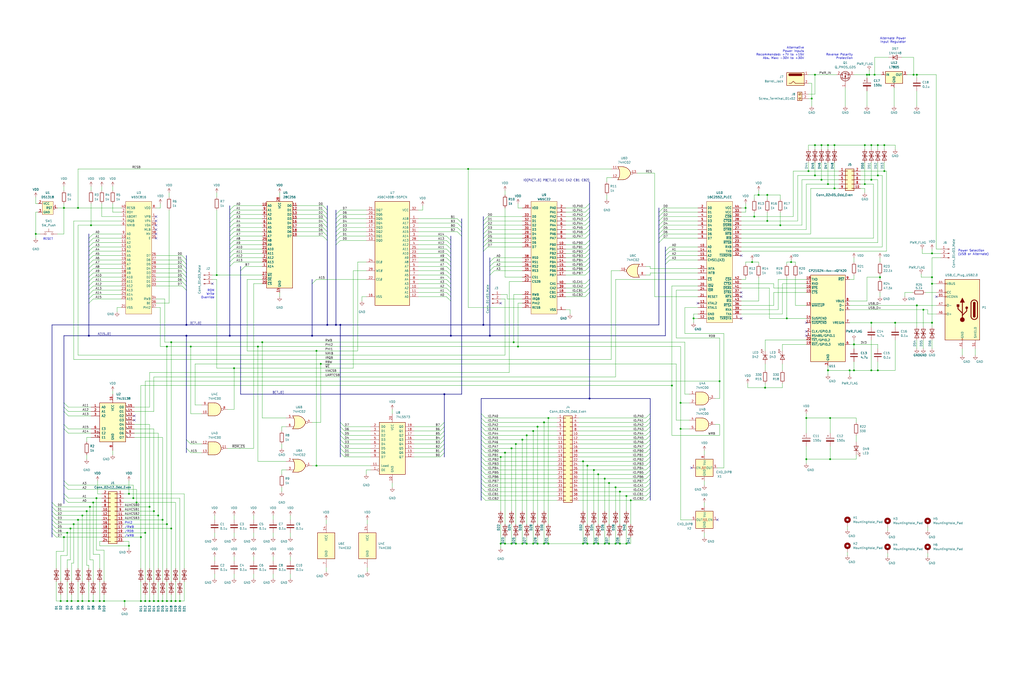
<source format=kicad_sch>
(kicad_sch (version 20211123) (generator eeschema)
  (paper "User" 599.999 399.999)
  (title_block (date "2022-10-30"))
  (junction (at 444.5 114.3))
  (junction (at 488.95 85.09))
  (junction (at 406.4 186.69))
  (junction (at 37.465 121.92))
  (junction (at 457.2 132.08))
  (junction (at 182.88 196.85))
  (junction (at 473.71 100.33))
  (junction (at 537.21 43.815))
  (junction (at 82.55 352.425))
  (junction (at 153.67 200.66))
  (junction (at 134.62 196.85))
  (junction (at 356.87 283.21))
  (junction (at 518.16 100.33))
  (junction (at 97.79 352.425))
  (junction (at 472.44 245.11))
  (junction (at 510.54 217.17))
  (junction (at 477.52 43.815))
  (junction (at 300.99 200.66))
  (junction (at 48.26 352.425))
  (junction (at 541.02 181.61))
  (junction (at 318.77 318.77))
  (junction (at 45.72 352.425))
  (junction (at 510.54 85.09))
  (junction (at 363.22 288.29))
  (junction (at 39.37 352.425))
  (junction (at 41.275 309.88))
  (junction (at 308.61 318.77))
  (junction (at 477.52 102.87))
  (junction (at 508 43.815))
  (junction (at 199.39 190.5))
  (junction (at 535.305 43.815))
  (junction (at 360.68 318.77))
  (junction (at 524.51 189.23))
  (junction (at 350.52 278.13))
  (junction (at 421.64 223.52))
  (junction (at 488.95 110.49))
  (junction (at 515.62 162.56))
  (junction (at 449.58 114.3))
  (junction (at 344.17 273.05))
  (junction (at 293.37 267.97))
  (junction (at 302.26 260.35))
  (junction (at 354.33 318.77))
  (junction (at 356.87 318.77))
  (junction (at 347.98 275.59))
  (junction (at 100.33 309.88))
  (junction (at 510.54 189.23))
  (junction (at 306.07 318.77))
  (junction (at 56.515 292.1))
  (junction (at 95.25 304.8))
  (junction (at 185.42 273.05))
  (junction (at 50.8 299.72))
  (junction (at 97.79 203.2))
  (junction (at 481.33 85.09))
  (junction (at 109.22 196.85))
  (junction (at 497.84 217.17))
  (junction (at 295.91 265.43))
  (junction (at 314.96 250.19))
  (junction (at 87.63 352.425))
  (junction (at 191.77 190.5))
  (junction (at 48.26 302.26))
  (junction (at 367.03 318.77))
  (junction (at 35.56 352.425))
  (junction (at 20.955 137.16))
  (junction (at 321.31 318.77))
  (junction (at 45.72 304.8))
  (junction (at 485.14 107.95))
  (junction (at 151.13 203.2))
  (junction (at 360.68 285.75))
  (junction (at 185.42 205.74))
  (junction (at 461.01 186.69))
  (junction (at 449.58 129.54))
  (junction (at 90.17 352.425))
  (junction (at 287.02 196.85))
  (junction (at 78.105 292.1))
  (junction (at 537.21 179.07))
  (junction (at 500.38 217.17))
  (junction (at 472.44 269.24))
  (junction (at 318.77 247.65))
  (junction (at 312.42 252.73))
  (junction (at 314.96 318.77))
  (junction (at 73.025 352.425))
  (junction (at 546.1 189.23))
  (junction (at 306.07 257.81))
  (junction (at 45.72 121.92))
  (junction (at 500.38 201.93))
  (junction (at 546.1 162.56))
  (junction (at 52.07 196.85))
  (junction (at 75.565 320.04))
  (junction (at 260.35 231.14))
  (junction (at 321.31 245.11))
  (junction (at 312.42 318.77))
  (junction (at 345.44 233.68))
  (junction (at 58.42 352.425))
  (junction (at 369.57 293.37))
  (junction (at 546.1 148.59))
  (junction (at 299.72 262.89))
  (junction (at 85.09 352.425))
  (junction (at 302.26 318.77))
  (junction (at 60.96 352.425))
  (junction (at 80.01 294.64))
  (junction (at 514.35 217.17))
  (junction (at 187.96 213.36))
  (junction (at 196.85 190.5))
  (junction (at 367.03 290.83))
  (junction (at 506.73 85.09))
  (junction (at 299.72 318.77))
  (junction (at 347.98 318.77))
  (junction (at 448.31 227.33))
  (junction (at 54.61 294.64))
  (junction (at 344.17 318.77))
  (junction (at 105.41 352.425))
  (junction (at 293.37 318.77))
  (junction (at 303.53 203.2))
  (junction (at 85.09 312.42))
  (junction (at 363.22 318.77))
  (junction (at 92.71 352.425))
  (junction (at 100.33 352.425))
  (junction (at 39.37 312.42))
  (junction (at 52.705 297.18))
  (junction (at 486.41 269.24))
  (junction (at 274.32 99.06))
  (junction (at 92.71 302.26))
  (junction (at 509.27 43.815))
  (junction (at 109.22 190.5))
  (junction (at 475.615 57.785))
  (junction (at 102.87 352.425))
  (junction (at 95.25 352.425))
  (junction (at 82.55 314.96))
  (junction (at 481.33 105.41))
  (junction (at 398.78 251.46))
  (junction (at 87.63 297.18))
  (junction (at 37.465 314.96))
  (junction (at 111.76 203.2))
  (junction (at 295.91 318.77))
  (junction (at 341.63 318.77))
  (junction (at 43.18 307.34))
  (junction (at 436.88 121.92))
  (junction (at 127 161.29))
  (junction (at 137.16 215.9))
  (junction (at 54.61 352.425))
  (junction (at 393.7 226.06))
  (junction (at 308.61 255.27))
  (junction (at 97.79 307.34))
  (junction (at 53.34 132.08))
  (junction (at 341.63 270.51))
  (junction (at 463.55 153.67))
  (junction (at 440.69 153.67))
  (junction (at 350.52 318.77))
  (junction (at 485.14 85.09))
  (junction (at 75.565 289.56))
  (junction (at 100.33 200.66))
  (junction (at 514.35 85.09))
  (junction (at 518.16 85.09))
  (junction (at 441.96 127))
  (junction (at 354.33 280.67))
  (junction (at 546.1 166.37))
  (junction (at 512.445 43.815))
  (junction (at 506.73 107.95))
  (junction (at 477.52 85.09))
  (junction (at 283.21 190.5))
  (junction (at 485.14 217.17))
  (junction (at 486.41 245.11))
  (junction (at 52.07 352.425))
  (junction (at 398.78 236.22))
  (junction (at 514.35 102.87))
  (junction (at 264.16 196.85))
  (junction (at 90.17 299.72))
  (junction (at 41.91 352.425))
  (junction (at 510.54 105.41))
  (no_connect (at 91.44 129.54))
  (no_connect (at 91.44 137.16))
  (no_connect (at 91.44 134.62))
  (no_connect (at 91.44 139.7))
  (no_connect (at 91.44 132.08))
  (no_connect (at 548.64 173.99))
  (no_connect (at 293.37 177.8))
  (no_connect (at 124.46 166.37))
  (no_connect (at 434.34 149.86))
  (no_connect (at 78.74 243.84))
  (no_connect (at 472.44 189.23))
  (no_connect (at 434.34 173.99))
  (no_connect (at 434.34 186.69))
  (no_connect (at 434.34 171.45))
  (no_connect (at 472.44 196.85))
  (no_connect (at 472.44 194.31))
  (no_connect (at 78.74 246.38))
  (no_connect (at 420.37 304.8))
  (no_connect (at 408.94 177.8))
  (no_connect (at 405.13 274.32))
  (no_connect (at 91.44 127))
  (bus_entry (at 260.35 265.43) (size -2.54 2.54))
  (bus_entry (at 381 252.73) (size -2.54 2.54))
  (bus_entry (at 381 247.65) (size -2.54 2.54))
  (bus_entry (at 381 250.19) (size -2.54 2.54))
  (bus_entry (at 381 257.81) (size -2.54 2.54))
  (bus_entry (at 381 255.27) (size -2.54 2.54))
  (bus_entry (at 381 273.05) (size -2.54 2.54))
  (bus_entry (at 381 270.51) (size -2.54 2.54))
  (bus_entry (at 381 275.59) (size -2.54 2.54))
  (bus_entry (at 381 265.43) (size -2.54 2.54))
  (bus_entry (at 381 267.97) (size -2.54 2.54))
  (bus_entry (at 381 280.67) (size -2.54 2.54))
  (bus_entry (at 381 278.13) (size -2.54 2.54))
  (bus_entry (at 381 283.21) (size -2.54 2.54))
  (bus_entry (at 381 285.75) (size -2.54 2.54))
  (bus_entry (at 381 288.29) (size -2.54 2.54))
  (bus_entry (at 381 290.83) (size -2.54 2.54))
  (bus_entry (at 381 262.89) (size -2.54 2.54))
  (bus_entry (at 381 260.35) (size -2.54 2.54))
  (bus_entry (at 381 242.57) (size -2.54 2.54))
  (bus_entry (at 381 245.11) (size -2.54 2.54))
  (bus_entry (at 196.85 135.89) (size 2.54 -2.54))
  (bus_entry (at 389.89 149.86) (size 2.54 -2.54))
  (bus_entry (at 281.94 275.59) (size 2.54 2.54))
  (bus_entry (at 281.94 290.83) (size 2.54 2.54))
  (bus_entry (at 345.44 146.05) (size -2.54 2.54))
  (bus_entry (at 345.44 143.51) (size -2.54 2.54))
  (bus_entry (at 345.44 166.37) (size -2.54 2.54))
  (bus_entry (at 345.44 163.83) (size -2.54 2.54))
  (bus_entry (at 345.44 140.97) (size -2.54 2.54))
  (bus_entry (at 345.44 134.62) (size -2.54 2.54))
  (bus_entry (at 345.44 132.08) (size -2.54 2.54))
  (bus_entry (at 345.44 137.16) (size -2.54 2.54))
  (bus_entry (at 345.44 124.46) (size -2.54 2.54))
  (bus_entry (at 345.44 127) (size -2.54 2.54))
  (bus_entry (at 345.44 168.91) (size -2.54 2.54))
  (bus_entry (at 345.44 171.45) (size -2.54 2.54))
  (bus_entry (at 345.44 129.54) (size -2.54 2.54))
  (bus_entry (at 345.44 158.75) (size -2.54 2.54))
  (bus_entry (at 345.44 156.21) (size -2.54 2.54))
  (bus_entry (at 345.44 148.59) (size -2.54 2.54))
  (bus_entry (at 345.44 151.13) (size -2.54 2.54))
  (bus_entry (at 345.44 153.67) (size -2.54 2.54))
  (bus_entry (at 345.44 121.92) (size -2.54 2.54))
  (bus_entry (at 345.44 119.38) (size -2.54 2.54))
  (bus_entry (at 281.94 283.21) (size 2.54 2.54))
  (bus_entry (at 281.94 250.19) (size 2.54 2.54))
  (bus_entry (at 264.16 161.29) (size -2.54 -2.54))
  (bus_entry (at 196.85 128.27) (size 2.54 -2.54))
  (bus_entry (at 134.62 148.59) (size 2.54 -2.54))
  (bus_entry (at 264.16 148.59) (size -2.54 -2.54))
  (bus_entry (at 199.39 262.89) (size 2.54 2.54))
  (bus_entry (at 134.62 146.05) (size 2.54 -2.54))
  (bus_entry (at 264.16 151.13) (size -2.54 -2.54))
  (bus_entry (at 283.21 144.78) (size 2.54 -2.54))
  (bus_entry (at 109.22 262.89) (size 2.54 2.54))
  (bus_entry (at 109.22 257.81) (size 2.54 2.54))
  (bus_entry (at 389.89 154.94) (size 2.54 -2.54))
  (bus_entry (at 134.62 153.67) (size 2.54 -2.54))
  (bus_entry (at 257.81 250.19) (size 2.54 -2.54))
  (bus_entry (at 281.94 242.57) (size 2.54 2.54))
  (bus_entry (at 37.465 289.56) (size 2.54 2.54))
  (bus_entry (at 264.16 156.21) (size -2.54 -2.54))
  (bus_entry (at 264.16 166.37) (size -2.54 -2.54))
  (bus_entry (at 30.48 307.34) (size 2.54 2.54))
  (bus_entry (at 37.465 284.48) (size 2.54 2.54))
  (bus_entry (at 260.35 250.19) (size -2.54 2.54))
  (bus_entry (at 270.51 138.43) (size -2.54 -2.54))
  (bus_entry (at 143.51 156.21) (size -2.54 2.54))
  (bus_entry (at 270.51 130.81) (size -2.54 -2.54))
  (bus_entry (at 270.51 133.35) (size -2.54 -2.54))
  (bus_entry (at 270.51 135.89) (size -2.54 -2.54))
  (bus_entry (at 106.68 167.64) (size 2.54 2.54))
  (bus_entry (at 283.21 129.54) (size 2.54 -2.54))
  (bus_entry (at 196.85 130.81) (size 2.54 -2.54))
  (bus_entry (at 287.02 153.67) (size 2.54 -2.54))
  (bus_entry (at 196.85 138.43) (size 2.54 -2.54))
  (bus_entry (at 199.39 252.73) (size 2.54 2.54))
  (bus_entry (at 134.62 123.19) (size 2.54 -2.54))
  (bus_entry (at 281.94 247.65) (size 2.54 2.54))
  (bus_entry (at 386.08 132.08) (size 2.54 -2.54))
  (bus_entry (at 386.08 137.16) (size 2.54 -2.54))
  (bus_entry (at 260.35 260.35) (size -2.54 2.54))
  (bus_entry (at 134.62 125.73) (size 2.54 -2.54))
  (bus_entry (at 264.16 146.05) (size -2.54 -2.54))
  (bus_entry (at 134.62 130.81) (size 2.54 -2.54))
  (bus_entry (at 281.94 288.29) (size 2.54 2.54))
  (bus_entry (at 134.62 135.89) (size 2.54 -2.54))
  (bus_entry (at 386.08 134.62) (size 2.54 -2.54))
  (bus_entry (at 283.21 147.32) (size 2.54 -2.54))
  (bus_entry (at 134.62 156.21) (size 2.54 -2.54))
  (bus_entry (at 283.21 142.24) (size 2.54 -2.54))
  (bus_entry (at 191.77 133.35) (size -2.54 -2.54))
  (bus_entry (at 264.16 168.91) (size -2.54 -2.54))
  (bus_entry (at 30.48 297.18) (size 2.54 2.54))
  (bus_entry (at 33.02 297.18) (size -2.54 -2.54))
  (bus_entry (at 281.94 278.13) (size 2.54 2.54))
  (bus_entry (at 264.16 140.97) (size -2.54 -2.54))
  (bus_entry (at 199.39 140.97) (size -2.54 2.54))
  (bus_entry (at 134.62 133.35) (size 2.54 -2.54))
  (bus_entry (at 196.85 133.35) (size 2.54 -2.54))
  (bus_entry (at 386.08 129.54) (size 2.54 -2.54))
  (bus_entry (at 37.465 251.46) (size 2.54 2.54))
  (bus_entry (at 30.48 299.72) (size 2.54 2.54))
  (bus_entry (at 191.77 138.43) (size -2.54 -2.54))
  (bus_entry (at 281.94 262.89) (size 2.54 2.54))
  (bus_entry (at 37.465 238.76) (size 2.54 2.54))
  (bus_entry (at 281.94 273.05) (size 2.54 2.54))
  (bus_entry (at 260.35 255.27) (size -2.54 2.54))
  (bus_entry (at 134.62 151.13) (size 2.54 -2.54))
  (bus_entry (at 264.16 173.99) (size -2.54 -2.54))
  (bus_entry (at 281.94 270.51) (size 2.54 2.54))
  (bus_entry (at 134.62 128.27) (size 2.54 -2.54))
  (bus_entry (at 260.35 262.89) (size -2.54 2.54))
  (bus_entry (at 264.16 171.45) (size -2.54 -2.54))
  (bus_entry (at 283.21 137.16) (size 2.54 -2.54))
  (bus_entry (at 281.94 255.27) (size 2.54 2.54))
  (bus_entry (at 199.39 255.27) (size 2.54 2.54))
  (bus_entry (at 281.94 245.11) (size 2.54 2.54))
  (bus_entry (at 281.94 260.35) (size 2.54 2.54))
  (bus_entry (at 191.77 125.73) (size -2.54 -2.54))
  (bus_entry (at 134.62 143.51) (size 2.54 -2.54))
  (bus_entry (at 283.21 132.08) (size 2.54 -2.54))
  (bus_entry (at 281.94 285.75) (size 2.54 2.54))
  (bus_entry (at 189.23 138.43) (size 2.54 2.54))
  (bus_entry (at 134.62 140.97) (size 2.54 -2.54))
  (bus_entry (at 191.77 123.19) (size -2.54 -2.54))
  (bus_entry (at 37.465 281.94) (size 2.54 2.54))
  (bus_entry (at 386.08 124.46) (size 2.54 -2.54))
  (bus_entry (at 264.16 158.75) (size -2.54 -2.54))
  (bus_entry (at 37.465 236.22) (size 2.54 2.54))
  (bus_entry (at 30.48 309.88) (size 2.54 2.54))
  (bus_entry (at 182.88 166.37) (size 2.54 -2.54))
  (bus_entry (at 199.39 257.81) (size 2.54 2.54))
  (bus_entry (at 37.465 241.3) (size 2.54 2.54))
  (bus_entry (at 37.465 248.92) (size 2.54 2.54))
  (bus_entry (at 281.94 257.81) (size 2.54 2.54))
  (bus_entry (at 389.89 152.4) (size 2.54 -2.54))
  (bus_entry (at 191.77 135.89) (size -2.54 -2.54))
  (bus_entry (at 287.02 156.21) (size 2.54 -2.54))
  (bus_entry (at 281.94 267.97) (size 2.54 2.54))
  (bus_entry (at 386.08 127) (size 2.54 -2.54))
  (bus_entry (at 134.62 138.43) (size 2.54 -2.54))
  (bus_entry (at 37.465 292.1) (size 2.54 2.54))
  (bus_entry (at 191.77 128.27) (size -2.54 -2.54))
  (bus_entry (at 281.94 252.73) (size 2.54 2.54))
  (bus_entry (at 264.16 153.67) (size -2.54 -2.54))
  (bus_entry (at 281.94 280.67) (size 2.54 2.54))
  (bus_entry (at 264.16 163.83) (size -2.54 -2.54))
  (bus_entry (at 389.89 147.32) (size 2.54 -2.54))
  (bus_entry (at 287.02 158.75) (size 2.54 -2.54))
  (bus_entry (at 199.39 265.43) (size 2.54 2.54))
  (bus_entry (at 109.22 160.02) (size -2.54 -2.54))
  (bus_entry (at 109.22 162.56) (size -2.54 -2.54))
  (bus_entry (at 109.22 157.48) (size -2.54 -2.54))
  (bus_entry (at 109.22 167.64) (size -2.54 -2.54))
  (bus_entry (at 109.22 152.4) (size -2.54 -2.54))
  (bus_entry (at 109.22 154.94) (size -2.54 -2.54))
  (bus_entry (at 109.22 165.1) (size -2.54 -2.54))
  (bus_entry (at 283.21 134.62) (size 2.54 -2.54))
  (bus_entry (at 386.08 142.24) (size 2.54 -2.54))
  (bus_entry (at 281.94 265.43) (size 2.54 2.54))
  (bus_entry (at 201.93 250.19) (size -2.54 -2.54))
  (bus_entry (at 283.21 139.7) (size 2.54 -2.54))
  (bus_entry (at 52.07 177.8) (size 2.54 -2.54))
  (bus_entry (at 52.07 139.7) (size 2.54 -2.54))
  (bus_entry (at 52.07 142.24) (size 2.54 -2.54))
  (bus_entry (at 52.07 170.18) (size 2.54 -2.54))
  (bus_entry (at 52.07 167.64) (size 2.54 -2.54))
  (bus_entry (at 52.07 154.94) (size 2.54 -2.54))
  (bus_entry (at 52.07 157.48) (size 2.54 -2.54))
  (bus_entry (at 52.07 162.56) (size 2.54 -2.54))
  (bus_entry (at 52.07 160.02) (size 2.54 -2.54))
  (bus_entry (at 52.07 165.1) (size 2.54 -2.54))
  (bus_entry (at 52.07 175.26) (size 2.54 -2.54))
  (bus_entry (at 52.07 172.72) (size 2.54 -2.54))
  (bus_entry (at 52.07 152.4) (size 2.54 -2.54))
  (bus_entry (at 52.07 147.32) (size 2.54 -2.54))
  (bus_entry (at 52.07 144.78) (size 2.54 -2.54))
  (bus_entry (at 52.07 149.86) (size 2.54 -2.54))
  (bus_entry (at 199.39 250.19) (size 2.54 2.54))
  (bus_entry (at 260.35 257.81) (size -2.54 2.54))
  (bus_entry (at 287.02 161.29) (size 2.54 -2.54))
  (bus_entry (at 196.85 125.73) (size 2.54 -2.54))
  (bus_entry (at 191.77 130.81) (size -2.54 -2.54))
  (bus_entry (at 386.08 139.7) (size 2.54 -2.54))
  (bus_entry (at 260.35 252.73) (size -2.54 2.54))
  (bus_entry (at 30.48 312.42) (size 2.54 2.54))
  (bus_entry (at 264.16 143.51) (size -2.54 -2.54))
  (bus_entry (at 30.48 302.26) (size 2.54 2.54))
  (bus_entry (at 196.85 140.97) (size 2.54 -2.54))
  (bus_entry (at 30.48 304.8) (size 2.54 2.54))
  (bus_entry (at 264.16 176.53) (size -2.54 -2.54))
  (bus_entry (at 199.39 260.35) (size 2.54 2.54))
  (wire (pts (xy 209.55 153.67) (xy 209.55 205.74)))
  (wire (pts (xy 535.305 33.655) (xy 535.305 43.815)))
  (wire (pts (xy 78.74 248.92) (xy 87.63 248.92)))
  (bus (pts (xy 30.48 309.88) (xy 30.48 312.42)))
  (wire (pts (xy 326.39 245.11) (xy 321.31 245.11)))
  (wire (pts (xy 90.17 251.46) (xy 90.17 299.72)))
  (wire (pts (xy 39.37 340.995) (xy 39.37 352.425)))
  (wire (pts (xy 331.47 143.51) (xy 342.9 143.51)))
  (wire (pts (xy 486.41 245.11) (xy 472.44 245.11)))
  (wire (pts (xy 111.76 203.2) (xy 111.76 242.57)))
  (bus (pts (xy 109.22 170.18) (xy 109.22 190.5)))
  (wire (pts (xy 137.16 146.05) (xy 153.67 146.05)))
  (wire (pts (xy 245.11 130.81) (xy 267.97 130.81)))
  (wire (pts (xy 285.75 144.78) (xy 306.07 144.78)))
  (bus (pts (xy 134.62 130.81) (xy 134.62 133.35)))
  (wire (pts (xy 45.72 121.92) (xy 45.72 99.06)))
  (wire (pts (xy 56.515 322.58) (xy 56.515 292.1)))
  (wire (pts (xy 185.42 163.83) (xy 214.63 163.83)))
  (bus (pts (xy 37.465 196.85) (xy 37.465 236.22)))
  (bus (pts (xy 345.44 153.67) (xy 345.44 156.21)))
  (bus (pts (xy 345.44 146.05) (xy 345.44 148.59)))
  (wire (pts (xy 472.44 134.62) (xy 472.44 107.95)))
  (wire (pts (xy 563.88 204.47) (xy 563.88 208.28)))
  (bus (pts (xy 134.62 123.19) (xy 134.62 125.73)))
  (bus (pts (xy 134.62 146.05) (xy 134.62 148.59)))
  (bus (pts (xy 260.35 231.14) (xy 270.51 231.14)))
  (wire (pts (xy 93.98 121.92) (xy 91.44 121.92)))
  (wire (pts (xy 151.13 203.2) (xy 151.13 270.51)))
  (wire (pts (xy 214.63 135.89) (xy 199.39 135.89)))
  (wire (pts (xy 424.18 274.32) (xy 420.37 274.32)))
  (wire (pts (xy 114.3 237.49) (xy 118.11 237.49)))
  (wire (pts (xy 50.8 299.72) (xy 59.69 299.72)))
  (wire (pts (xy 396.24 246.38) (xy 396.24 213.36)))
  (wire (pts (xy 261.62 138.43) (xy 245.11 138.43)))
  (wire (pts (xy 96.52 175.26) (xy 96.52 200.66)))
  (bus (pts (xy 281.94 260.35) (xy 281.94 262.89)))
  (wire (pts (xy 339.09 270.51) (xy 341.63 270.51)))
  (wire (pts (xy 91.44 175.26) (xy 96.52 175.26)))
  (wire (pts (xy 85.09 223.52) (xy 85.09 312.42)))
  (wire (pts (xy 473.71 100.33) (xy 491.49 100.33)))
  (bus (pts (xy 283.21 190.5) (xy 386.08 190.5)))
  (wire (pts (xy 360.68 307.34) (xy 360.68 318.77)))
  (wire (pts (xy 497.84 189.23) (xy 510.54 189.23)))
  (wire (pts (xy 344.17 273.05) (xy 344.17 307.34)))
  (bus (pts (xy 199.39 190.5) (xy 199.39 247.65)))
  (wire (pts (xy 356.87 283.21) (xy 356.87 307.34)))
  (bus (pts (xy 37.465 238.76) (xy 37.465 241.3)))
  (bus (pts (xy 109.22 160.02) (xy 109.22 162.56)))
  (wire (pts (xy 501.65 255.27) (xy 501.65 259.08)))
  (wire (pts (xy 217.17 262.89) (xy 201.93 262.89)))
  (wire (pts (xy 306.07 172.72) (xy 300.99 172.72)))
  (bus (pts (xy 264.16 168.91) (xy 264.16 171.45)))
  (wire (pts (xy 514.35 217.17) (xy 510.54 217.17)))
  (bus (pts (xy 30.48 312.42) (xy 30.48 314.96)))
  (wire (pts (xy 458.47 166.37) (xy 472.44 166.37)))
  (wire (pts (xy 520.7 33.655) (xy 512.445 33.655)))
  (wire (pts (xy 326.39 278.13) (xy 284.48 278.13)))
  (wire (pts (xy 449.58 114.3) (xy 457.2 114.3)))
  (wire (pts (xy 125.73 314.96) (xy 125.73 312.42)))
  (wire (pts (xy 217.17 250.19) (xy 201.93 250.19)))
  (wire (pts (xy 33.02 307.34) (xy 43.18 307.34)))
  (wire (pts (xy 398.78 203.2) (xy 398.78 236.22)))
  (wire (pts (xy 92.71 302.26) (xy 92.71 254)))
  (wire (pts (xy 514.35 105.41) (xy 510.54 105.41)))
  (wire (pts (xy 508 43.815) (xy 508 45.72)))
  (wire (pts (xy 217.17 257.81) (xy 201.93 257.81)))
  (wire (pts (xy 54.61 325.12) (xy 54.61 294.64)))
  (wire (pts (xy 339.09 257.81) (xy 378.46 257.81)))
  (wire (pts (xy 508 162.56) (xy 515.62 162.56)))
  (wire (pts (xy 401.32 231.14) (xy 401.32 200.66)))
  (wire (pts (xy 306.07 175.26) (xy 297.18 175.26)))
  (wire (pts (xy 500.38 212.09) (xy 500.38 217.17)))
  (bus (pts (xy 134.62 120.65) (xy 134.62 123.19)))
  (wire (pts (xy 448.31 217.17) (xy 448.31 213.36)))
  (wire (pts (xy 339.09 250.19) (xy 378.46 250.19)))
  (wire (pts (xy 312.42 252.73) (xy 312.42 299.72)))
  (wire (pts (xy 412.75 264.16) (xy 412.75 266.7)))
  (wire (pts (xy 339.09 267.97) (xy 378.46 267.97)))
  (wire (pts (xy 535.305 43.815) (xy 537.21 43.815)))
  (wire (pts (xy 105.41 352.425) (xy 102.87 352.425)))
  (wire (pts (xy 242.57 252.73) (xy 257.81 252.73)))
  (wire (pts (xy 367.03 290.83) (xy 378.46 290.83)))
  (wire (pts (xy 396.24 170.18) (xy 408.94 170.18)))
  (wire (pts (xy 436.88 163.83) (xy 436.88 162.56)))
  (wire (pts (xy 398.78 236.22) (xy 403.86 236.22)))
  (wire (pts (xy 401.32 195.58) (xy 424.18 195.58)))
  (bus (pts (xy 345.44 166.37) (xy 345.44 168.91)))
  (wire (pts (xy 419.1 233.68) (xy 421.64 233.68)))
  (wire (pts (xy 124.46 161.29) (xy 127 161.29)))
  (wire (pts (xy 441.96 114.3) (xy 444.5 114.3)))
  (bus (pts (xy 389.89 144.78) (xy 389.89 147.32)))
  (wire (pts (xy 302.26 314.96) (xy 302.26 318.77)))
  (wire (pts (xy 542.29 171.45) (xy 548.64 171.45)))
  (wire (pts (xy 274.32 180.34) (xy 306.07 180.34)))
  (wire (pts (xy 306.07 318.77) (xy 302.26 318.77)))
  (wire (pts (xy 214.63 128.27) (xy 199.39 128.27)))
  (wire (pts (xy 45.72 208.28) (xy 295.91 208.28)))
  (wire (pts (xy 173.99 135.89) (xy 189.23 135.89)))
  (wire (pts (xy 363.22 318.77) (xy 360.68 318.77)))
  (bus (pts (xy 381 280.67) (xy 381 283.21)))
  (bus (pts (xy 386.08 134.62) (xy 386.08 137.16)))
  (wire (pts (xy 95.25 348.615) (xy 95.25 352.425)))
  (wire (pts (xy 408.94 167.64) (xy 393.7 167.64)))
  (wire (pts (xy 518.16 95.25) (xy 518.16 100.33)))
  (wire (pts (xy 214.63 138.43) (xy 199.39 138.43)))
  (wire (pts (xy 160.02 314.96) (xy 160.02 312.42)))
  (wire (pts (xy 295.91 314.96) (xy 295.91 318.77)))
  (wire (pts (xy 383.54 173.99) (xy 408.94 173.99)))
  (wire (pts (xy 37.465 121.92) (xy 37.465 137.16)))
  (wire (pts (xy 331.47 168.91) (xy 342.9 168.91)))
  (bus (pts (xy 381 242.57) (xy 381 245.11)))
  (wire (pts (xy 488.95 85.09) (xy 488.95 87.63)))
  (wire (pts (xy 363.22 314.96) (xy 363.22 318.77)))
  (wire (pts (xy 261.62 161.29) (xy 245.11 161.29)))
  (wire (pts (xy 360.68 318.77) (xy 356.87 318.77)))
  (wire (pts (xy 217.17 275.59) (xy 214.63 275.59)))
  (wire (pts (xy 488.95 85.09) (xy 485.14 85.09)))
  (wire (pts (xy 360.68 163.83) (xy 360.68 220.98)))
  (wire (pts (xy 99.06 123.19) (xy 99.06 177.8)))
  (wire (pts (xy 401.32 180.34) (xy 401.32 195.58)))
  (bus (pts (xy 281.94 265.43) (xy 281.94 267.97)))
  (wire (pts (xy 153.67 245.11) (xy 153.67 200.66)))
  (wire (pts (xy 339.09 262.89) (xy 378.46 262.89)))
  (wire (pts (xy 68.58 182.88) (xy 68.58 180.34)))
  (wire (pts (xy 546.1 151.13) (xy 546.1 162.56)))
  (wire (pts (xy 388.62 134.62) (xy 408.94 134.62)))
  (bus (pts (xy 52.07 196.85) (xy 109.22 196.85)))
  (wire (pts (xy 54.61 149.86) (xy 71.12 149.86)))
  (wire (pts (xy 434.34 179.07) (xy 453.39 179.07)))
  (wire (pts (xy 481.33 85.09) (xy 477.52 85.09)))
  (bus (pts (xy 345.44 140.97) (xy 345.44 143.51)))
  (wire (pts (xy 289.56 151.13) (xy 306.07 151.13)))
  (bus (pts (xy 270.51 128.27) (xy 270.51 130.81)))
  (wire (pts (xy 97.79 203.2) (xy 97.79 307.34)))
  (wire (pts (xy 367.03 318.77) (xy 363.22 318.77)))
  (wire (pts (xy 464.82 100.33) (xy 473.71 100.33)))
  (wire (pts (xy 514.35 142.24) (xy 514.35 105.41)))
  (wire (pts (xy 274.32 99.06) (xy 358.14 99.06)))
  (wire (pts (xy 501.65 247.65) (xy 501.65 245.11)))
  (bus (pts (xy 199.39 252.73) (xy 199.39 250.19)))
  (bus (pts (xy 182.88 163.83) (xy 182.88 166.37)))
  (bus (pts (xy 283.21 134.62) (xy 283.21 137.16)))
  (wire (pts (xy 285.75 137.16) (xy 306.07 137.16)))
  (wire (pts (xy 91.44 162.56) (xy 106.68 162.56)))
  (bus (pts (xy 345.44 151.13) (xy 345.44 153.67)))
  (wire (pts (xy 339.09 255.27) (xy 378.46 255.27)))
  (wire (pts (xy 455.93 181.61) (xy 434.34 181.61)))
  (wire (pts (xy 261.62 166.37) (xy 245.11 166.37)))
  (wire (pts (xy 127 123.19) (xy 127 161.29)))
  (wire (pts (xy 91.44 165.1) (xy 106.68 165.1)))
  (wire (pts (xy 406.4 186.69) (xy 408.94 186.69)))
  (bus (pts (xy 381 233.68) (xy 381 242.57)))
  (bus (pts (xy 345.44 134.62) (xy 345.44 137.16)))
  (wire (pts (xy 105.41 348.615) (xy 105.41 352.425)))
  (wire (pts (xy 43.18 307.34) (xy 43.18 330.2)))
  (wire (pts (xy 148.59 339.09) (xy 148.59 336.55)))
  (wire (pts (xy 173.99 125.73) (xy 189.23 125.73)))
  (wire (pts (xy 495.3 51.435) (xy 495.3 62.23)))
  (bus (pts (xy 386.08 129.54) (xy 386.08 132.08)))
  (bus (pts (xy 283.21 147.32) (xy 283.21 190.5)))
  (wire (pts (xy 477.52 85.09) (xy 473.71 85.09)))
  (wire (pts (xy 60.96 352.425) (xy 73.025 352.425)))
  (wire (pts (xy 133.35 262.89) (xy 148.59 262.89)))
  (wire (pts (xy 500.38 163.83) (xy 497.84 163.83)))
  (wire (pts (xy 53.34 109.22) (xy 53.34 111.76)))
  (wire (pts (xy 78.105 292.1) (xy 72.39 292.1)))
  (wire (pts (xy 369.57 293.37) (xy 369.57 307.34)))
  (wire (pts (xy 497.84 217.17) (xy 497.84 219.71)))
  (wire (pts (xy 477.52 102.87) (xy 491.49 102.87)))
  (wire (pts (xy 72.39 312.42) (xy 85.09 312.42)))
  (wire (pts (xy 514.35 85.09) (xy 514.35 87.63)))
  (wire (pts (xy 54.61 152.4) (xy 71.12 152.4)))
  (bus (pts (xy 345.44 156.21) (xy 345.44 158.75)))
  (bus (pts (xy 345.44 127) (xy 345.44 129.54)))
  (bus (pts (xy 260.35 250.19) (xy 260.35 247.65)))
  (bus (pts (xy 281.94 250.19) (xy 281.94 252.73)))
  (bus (pts (xy 191.77 130.81) (xy 191.77 133.35)))
  (wire (pts (xy 546.1 148.59) (xy 551.18 148.59)))
  (wire (pts (xy 392.43 144.78) (xy 408.94 144.78)))
  (bus (pts (xy 287.02 161.29) (xy 287.02 196.85)))
  (wire (pts (xy 524.51 199.39) (xy 524.51 217.17)))
  (wire (pts (xy 326.39 265.43) (xy 295.91 265.43)))
  (bus (pts (xy 281.94 288.29) (xy 281.94 290.83)))
  (wire (pts (xy 92.71 340.995) (xy 92.71 352.425)))
  (wire (pts (xy 137.16 125.73) (xy 153.67 125.73)))
  (wire (pts (xy 40.005 292.1) (xy 56.515 292.1)))
  (wire (pts (xy 326.39 252.73) (xy 312.42 252.73)))
  (bus (pts (xy 260.35 231.14) (xy 260.35 247.65)))
  (wire (pts (xy 453.39 179.07) (xy 453.39 171.45)))
  (wire (pts (xy 540.385 146.05) (xy 540.385 148.59)))
  (wire (pts (xy 381 156.21) (xy 381 157.48)))
  (bus (pts (xy 287.02 158.75) (xy 287.02 161.29)))
  (wire (pts (xy 457.2 132.08) (xy 457.2 124.46)))
  (wire (pts (xy 534.67 171.45) (xy 530.225 171.45)))
  (wire (pts (xy 148.59 262.89) (xy 148.59 166.37)))
  (wire (pts (xy 497.84 181.61) (xy 541.02 181.61)))
  (bus (pts (xy 381 255.27) (xy 381 257.81)))
  (wire (pts (xy 137.16 138.43) (xy 153.67 138.43)))
  (wire (pts (xy 406.4 189.23) (xy 406.4 186.69)))
  (wire (pts (xy 500.38 201.93) (xy 514.35 201.93)))
  (wire (pts (xy 473.71 48.895) (xy 475.615 48.895)))
  (bus (pts (xy 134.62 135.89) (xy 134.62 138.43)))
  (wire (pts (xy 299.72 307.34) (xy 299.72 318.77)))
  (bus (pts (xy 134.62 140.97) (xy 134.62 143.51)))
  (wire (pts (xy 302.26 260.35) (xy 284.48 260.35)))
  (wire (pts (xy 537.21 43.815) (xy 537.21 45.72)))
  (wire (pts (xy 45.72 340.995) (xy 45.72 352.425)))
  (wire (pts (xy 245.11 135.89) (xy 267.97 135.89)))
  (wire (pts (xy 339.09 275.59) (xy 347.98 275.59)))
  (bus (pts (xy 109.22 196.85) (xy 134.62 196.85)))
  (bus (pts (xy 109.22 149.86) (xy 109.22 152.4)))
  (bus (pts (xy 52.07 165.1) (xy 52.07 167.64)))
  (wire (pts (xy 306.07 257.81) (xy 284.48 257.81)))
  (bus (pts (xy 264.16 151.13) (xy 264.16 153.67)))
  (wire (pts (xy 488.95 110.49) (xy 491.49 110.49)))
  (bus (pts (xy 345.44 137.16) (xy 345.44 140.97)))
  (wire (pts (xy 261.62 156.21) (xy 245.11 156.21)))
  (wire (pts (xy 72.39 307.34) (xy 97.79 307.34)))
  (wire (pts (xy 331.47 127) (xy 342.9 127)))
  (bus (pts (xy 381 250.19) (xy 381 252.73)))
  (wire (pts (xy 546.1 189.23) (xy 546.1 191.77)))
  (bus (pts (xy 381 245.11) (xy 381 247.65)))
  (wire (pts (xy 339.09 283.21) (xy 356.87 283.21)))
  (wire (pts (xy 105.41 352.425) (xy 107.95 352.425)))
  (wire (pts (xy 500.38 199.39) (xy 500.38 201.93)))
  (wire (pts (xy 137.16 153.67) (xy 153.67 153.67)))
  (wire (pts (xy 137.16 302.26) (xy 137.16 304.8)))
  (wire (pts (xy 40.005 241.3) (xy 53.34 241.3)))
  (wire (pts (xy 331.47 153.67) (xy 342.9 153.67)))
  (wire (pts (xy 85.09 348.615) (xy 85.09 352.425)))
  (bus (pts (xy 386.08 121.92) (xy 386.08 124.46)))
  (wire (pts (xy 360.68 285.75) (xy 378.46 285.75)))
  (wire (pts (xy 344.17 273.05) (xy 378.46 273.05)))
  (wire (pts (xy 514.35 204.47) (xy 514.35 201.93)))
  (wire (pts (xy 403.86 231.14) (xy 401.32 231.14)))
  (wire (pts (xy 187.96 213.36) (xy 114.3 213.36)))
  (wire (pts (xy 331.47 129.54) (xy 342.9 129.54)))
  (bus (pts (xy 109.22 196.85) (xy 109.22 257.81)))
  (wire (pts (xy 45.72 352.425) (xy 41.91 352.425)))
  (wire (pts (xy 421.64 198.12) (xy 421.64 223.52)))
  (bus (pts (xy 281.94 273.05) (xy 281.94 275.59)))
  (bus (pts (xy 109.22 157.48) (xy 109.22 160.02)))
  (wire (pts (xy 293.37 267.97) (xy 293.37 299.72)))
  (wire (pts (xy 472.44 261.62) (xy 472.44 269.24)))
  (bus (pts (xy 199.39 250.19) (xy 199.39 247.65)))
  (wire (pts (xy 137.16 120.65) (xy 153.67 120.65)))
  (wire (pts (xy 358.14 158.75) (xy 358.14 210.82)))
  (wire (pts (xy 217.17 267.97) (xy 201.93 267.97)))
  (wire (pts (xy 40.005 284.48) (xy 78.105 284.48)))
  (wire (pts (xy 477.52 95.25) (xy 477.52 102.87)))
  (wire (pts (xy 73.025 352.425) (xy 82.55 352.425)))
  (bus (pts (xy 264.16 146.05) (xy 264.16 148.59)))
  (wire (pts (xy 477.52 55.245) (xy 477.52 43.815)))
  (wire (pts (xy 173.99 130.81) (xy 189.23 130.81)))
  (wire (pts (xy 39.37 352.425) (xy 35.56 352.425)))
  (wire (pts (xy 165.1 260.35) (xy 165.1 262.89)))
  (wire (pts (xy 33.02 304.8) (xy 45.72 304.8)))
  (wire (pts (xy 66.04 266.7) (xy 66.04 264.16)))
  (wire (pts (xy 388.62 127) (xy 408.94 127)))
  (wire (pts (xy 314.96 314.96) (xy 314.96 318.77)))
  (wire (pts (xy 408.94 163.83) (xy 360.68 163.83)))
  (wire (pts (xy 481.33 85.09) (xy 481.33 87.63)))
  (wire (pts (xy 137.16 215.9) (xy 127 215.9)))
  (wire (pts (xy 369.57 314.96) (xy 369.57 318.77)))
  (wire (pts (xy 68.58 180.34) (xy 71.12 180.34)))
  (wire (pts (xy 520.065 324.485) (xy 520.065 326.39)))
  (wire (pts (xy 350.52 278.13) (xy 350.52 307.34)))
  (wire (pts (xy 91.44 167.64) (xy 106.68 167.64)))
  (wire (pts (xy 381 157.48) (xy 408.94 157.48)))
  (wire (pts (xy 242.57 262.89) (xy 257.81 262.89)))
  (bus (pts (xy 191.77 140.97) (xy 191.77 190.5)))
  (wire (pts (xy 91.44 180.34) (xy 93.98 180.34)))
  (wire (pts (xy 331.47 132.08) (xy 342.9 132.08)))
  (wire (pts (xy 412.75 312.42) (xy 412.75 314.96)))
  (wire (pts (xy 58.42 352.425) (xy 54.61 352.425)))
  (bus (pts (xy 264.16 166.37) (xy 264.16 168.91)))
  (wire (pts (xy 217.17 265.43) (xy 201.93 265.43)))
  (wire (pts (xy 477.52 85.09) (xy 477.52 87.63)))
  (bus (pts (xy 109.22 262.89) (xy 109.22 265.43)))
  (wire (pts (xy 441.96 114.3) (xy 441.96 116.84)))
  (bus (pts (xy 281.94 233.68) (xy 281.94 242.57)))
  (wire (pts (xy 373.38 101.6) (xy 383.54 101.6)))
  (wire (pts (xy 515.62 171.45) (xy 515.62 173.99)))
  (wire (pts (xy 510.54 189.23) (xy 510.54 191.77)))
  (wire (pts (xy 111.76 265.43) (xy 118.11 265.43)))
  (wire (pts (xy 318.77 247.65) (xy 284.48 247.65)))
  (wire (pts (xy 57.15 281.94) (xy 57.15 289.56)))
  (wire (pts (xy 341.63 270.51) (xy 341.63 299.72)))
  (wire (pts (xy 50.8 331.47) (xy 52.07 331.47)))
  (wire (pts (xy 504.19 107.95) (xy 506.73 107.95)))
  (wire (pts (xy 466.09 154.94) (xy 466.09 153.67)))
  (wire (pts (xy 500.38 161.29) (xy 500.38 163.83)))
  (wire (pts (xy 424.18 195.58) (xy 424.18 274.32)))
  (wire (pts (xy 293.37 318.77) (xy 293.37 321.31)))
  (wire (pts (xy 299.72 262.89) (xy 284.48 262.89)))
  (wire (pts (xy 274.32 99.06) (xy 274.32 180.34)))
  (wire (pts (xy 90.17 241.3) (xy 78.74 241.3)))
  (wire (pts (xy 297.18 175.26) (xy 297.18 172.72)))
  (wire (pts (xy 245.11 128.27) (xy 267.97 128.27)))
  (wire (pts (xy 341.63 307.34) (xy 341.63 318.77)))
  (wire (pts (xy 436.88 119.38) (xy 436.88 121.92)))
  (wire (pts (xy 510.54 95.25) (xy 510.54 105.41)))
  (wire (pts (xy 54.61 170.18) (xy 71.12 170.18)))
  (bus (pts (xy 345.44 233.68) (xy 381 233.68)))
  (bus (pts (xy 134.62 153.67) (xy 134.62 156.21)))
  (wire (pts (xy 33.02 302.26) (xy 48.26 302.26)))
  (wire (pts (xy 461.01 153.67) (xy 461.01 154.94)))
  (wire (pts (xy 331.47 181.61) (xy 334.01 181.61)))
  (wire (pts (xy 125.73 302.26) (xy 125.73 304.8)))
  (bus (pts (xy 345.44 119.38) (xy 345.44 121.92)))
  (wire (pts (xy 444.5 162.56) (xy 444.5 176.53)))
  (wire (pts (xy 52.07 333.375) (xy 52.07 331.47)))
  (wire (pts (xy 360.68 285.75) (xy 360.68 299.72)))
  (wire (pts (xy 72.39 309.88) (xy 100.33 309.88)))
  (wire (pts (xy 312.42 252.73) (xy 284.48 252.73)))
  (wire (pts (xy 261.62 143.51) (xy 245.11 143.51)))
  (wire (pts (xy 261.62 171.45) (xy 245.11 171.45)))
  (wire (pts (xy 37.465 323.215) (xy 37.465 314.96)))
  (bus (pts (xy 30.48 190.5) (xy 30.48 294.64)))
  (wire (pts (xy 54.61 165.1) (xy 71.12 165.1)))
  (wire (pts (xy 41.91 348.615) (xy 41.91 352.425)))
  (wire (pts (xy 298.45 165.1) (xy 298.45 218.44)))
  (bus (pts (xy 386.08 190.5) (xy 386.08 142.24)))
  (bus (pts (xy 134.62 138.43) (xy 134.62 140.97)))
  (wire (pts (xy 33.02 314.96) (xy 37.465 314.96)))
  (bus (pts (xy 281.94 247.65) (xy 281.94 250.19)))
  (wire (pts (xy 54.61 167.64) (xy 71.12 167.64)))
  (wire (pts (xy 229.87 240.03) (xy 229.87 242.57)))
  (wire (pts (xy 137.16 240.03) (xy 137.16 215.9)))
  (wire (pts (xy 393.7 167.64) (xy 393.7 226.06)))
  (wire (pts (xy 469.9 105.41) (xy 481.33 105.41)))
  (wire (pts (xy 520.065 309.245) (xy 520.065 311.15)))
  (wire (pts (xy 453.39 168.91) (xy 453.39 166.37)))
  (wire (pts (xy 326.39 260.35) (xy 302.26 260.35)))
  (wire (pts (xy 434.34 147.32) (xy 519.43 147.32)))
  (bus (pts (xy 381 283.21) (xy 381 285.75)))
  (wire (pts (xy 137.16 128.27) (xy 153.67 128.27)))
  (wire (pts (xy 148.59 326.39) (xy 148.59 328.93)))
  (wire (pts (xy 242.57 260.35) (xy 257.81 260.35)))
  (wire (pts (xy 339.09 245.11) (xy 378.46 245.11)))
  (wire (pts (xy 185.42 205.74) (xy 185.42 273.05)))
  (bus (pts (xy 381 285.75) (xy 381 288.29)))
  (wire (pts (xy 48.26 302.26) (xy 59.69 302.26)))
  (wire (pts (xy 326.39 293.37) (xy 284.48 293.37)))
  (wire (pts (xy 41.91 340.995) (xy 41.91 330.2)))
  (bus (pts (xy 270.51 135.89) (xy 270.51 138.43)))
  (wire (pts (xy 472.44 163.83) (xy 455.93 163.83)))
  (wire (pts (xy 548.64 43.815) (xy 537.21 43.815)))
  (wire (pts (xy 303.53 177.8) (xy 303.53 203.2)))
  (wire (pts (xy 436.88 124.46) (xy 436.88 121.92)))
  (wire (pts (xy 506.73 110.49) (xy 506.73 113.03)))
  (wire (pts (xy 457.2 132.08) (xy 469.9 132.08)))
  (bus (pts (xy 199.39 190.5) (xy 283.21 190.5)))
  (wire (pts (xy 97.79 203.2) (xy 93.98 203.2)))
  (wire (pts (xy 508 176.53) (xy 508 162.56)))
  (bus (pts (xy 37.465 236.22) (xy 37.465 238.76)))
  (wire (pts (xy 434.34 184.15) (xy 458.47 184.15)))
  (wire (pts (xy 261.62 146.05) (xy 245.11 146.05)))
  (wire (pts (xy 151.13 203.2) (xy 303.53 203.2)))
  (wire (pts (xy 52.705 328.295) (xy 52.705 297.18)))
  (wire (pts (xy 524.51 189.23) (xy 510.54 189.23)))
  (bus (pts (xy 134.62 133.35) (xy 134.62 135.89)))
  (wire (pts (xy 298.45 165.1) (xy 306.07 165.1)))
  (wire (pts (xy 217.17 252.73) (xy 201.93 252.73)))
  (wire (pts (xy 54.61 328.295) (xy 52.705 328.295)))
  (wire (pts (xy 299.72 262.89) (xy 299.72 299.72)))
  (bus (pts (xy 386.08 127) (xy 386.08 129.54)))
  (wire (pts (xy 100.33 309.88) (xy 100.33 340.995)))
  (wire (pts (xy 100.33 200.66) (xy 100.33 309.88)))
  (wire (pts (xy 48.26 348.615) (xy 48.26 352.425)))
  (wire (pts (xy 369.57 318.77) (xy 367.03 318.77)))
  (bus (pts (xy 37.465 251.46) (xy 37.465 281.94)))
  (wire (pts (xy 137.16 135.89) (xy 153.67 135.89)))
  (wire (pts (xy 58.42 340.995) (xy 58.42 352.425)))
  (wire (pts (xy 54.61 340.995) (xy 54.61 328.295)))
  (wire (pts (xy 326.39 262.89) (xy 299.72 262.89)))
  (wire (pts (xy 187.96 247.65) (xy 187.96 213.36)))
  (bus (pts (xy 270.51 130.81) (xy 270.51 133.35)))
  (wire (pts (xy 434.34 163.83) (xy 436.88 163.83)))
  (wire (pts (xy 165.1 250.19) (xy 167.64 250.19)))
  (wire (pts (xy 72.39 314.96) (xy 82.55 314.96)))
  (wire (pts (xy 245.11 133.35) (xy 267.97 133.35)))
  (wire (pts (xy 95.25 256.54) (xy 95.25 304.8)))
  (wire (pts (xy 339.09 252.73) (xy 378.46 252.73)))
  (wire (pts (xy 392.43 149.86) (xy 408.94 149.86)))
  (wire (pts (xy 508 53.34) (xy 508 62.23)))
  (wire (pts (xy 170.18 314.96) (xy 170.18 312.42)))
  (wire (pts (xy 33.655 121.92) (xy 37.465 121.92)))
  (wire (pts (xy 137.16 130.81) (xy 153.67 130.81)))
  (wire (pts (xy 295.91 318.77) (xy 293.37 318.77)))
  (wire (pts (xy 125.73 339.09) (xy 125.73 336.55)))
  (wire (pts (xy 455.93 163.83) (xy 455.93 181.61)))
  (wire (pts (xy 363.22 158.75) (xy 358.14 158.75)))
  (wire (pts (xy 302.26 260.35) (xy 302.26 307.34)))
  (wire (pts (xy 85.09 312.42) (xy 85.09 340.995)))
  (wire (pts (xy 472.44 107.95) (xy 485.14 107.95)))
  (wire (pts (xy 408.94 180.34) (xy 401.32 180.34)))
  (wire (pts (xy 160.02 339.09) (xy 160.02 336.55)))
  (wire (pts (xy 247.65 123.19) (xy 245.11 123.19)))
  (wire (pts (xy 354.33 307.34) (xy 354.33 318.77)))
  (wire (pts (xy 214.63 130.81) (xy 199.39 130.81)))
  (wire (pts (xy 43.2014 210.82) (xy 358.14 210.82)))
  (wire (pts (xy 473.71 57.785) (xy 475.615 57.785)))
  (wire (pts (xy 285.75 134.62) (xy 306.07 134.62)))
  (wire (pts (xy 355.6 104.14) (xy 358.14 104.14)))
  (bus (pts (xy 264.16 158.75) (xy 264.16 161.29)))
  (bus (pts (xy 345.44 124.46) (xy 345.44 127)))
  (bus (pts (xy 281.94 290.83) (xy 281.94 293.37)))
  (wire (pts (xy 54.61 175.26) (xy 71.12 175.26)))
  (wire (pts (xy 102.87 333.375) (xy 102.87 294.64)))
  (wire (pts (xy 50.8 256.54) (xy 50.8 259.08)))
  (wire (pts (xy 100.33 348.615) (xy 100.33 352.425)))
  (wire (pts (xy 436.88 153.67) (xy 440.69 153.67)))
  (wire (pts (xy 45.72 121.92) (xy 71.12 121.92)))
  (bus (pts (xy 264.16 153.67) (xy 264.16 156.21)))
  (wire (pts (xy 339.09 280.67) (xy 354.33 280.67)))
  (wire (pts (xy 60.96 322.58) (xy 60.96 340.995)))
  (bus (pts (xy 196.85 135.89) (xy 196.85 138.43)))
  (bus (pts (xy 109.22 154.94) (xy 109.22 157.48)))
  (wire (pts (xy 504.19 100.33) (xy 518.16 100.33)))
  (wire (pts (xy 143.51 156.21) (xy 153.67 156.21)))
  (wire (pts (xy 82.55 340.995) (xy 82.55 352.425)))
  (wire (pts (xy 41.275 309.88) (xy 59.69 309.88)))
  (wire (pts (xy 148.59 166.37) (xy 153.67 166.37)))
  (wire (pts (xy 187.96 213.36) (xy 396.24 213.36)))
  (bus (pts (xy 345.44 158.75) (xy 345.44 163.83)))
  (wire (pts (xy 165.1 275.59) (xy 167.64 275.59)))
  (bus (pts (xy 260.35 260.35) (xy 260.35 257.81)))
  (wire (pts (xy 481.33 105.41) (xy 491.49 105.41)))
  (wire (pts (xy 73.025 352.425) (xy 73.025 355.6)))
  (wire (pts (xy 293.37 307.34) (xy 293.37 318.77)))
  (bus (pts (xy 30.48 307.34) (xy 30.48 304.8)))
  (wire (pts (xy 523.875 51.435) (xy 523.875 62.23)))
  (wire (pts (xy 137.16 151.13) (xy 153.67 151.13)))
  (wire (pts (xy 444.5 111.76) (xy 444.5 114.3)))
  (wire (pts (xy 87.63 248.92) (xy 87.63 297.18)))
  (wire (pts (xy 438.15 224.79) (xy 438.15 227.33)))
  (wire (pts (xy 326.39 247.65) (xy 318.77 247.65)))
  (wire (pts (xy 144.78 163.83) (xy 153.67 163.83)))
  (wire (pts (xy 33.02 312.42) (xy 39.37 312.42)))
  (wire (pts (xy 78.105 292.1) (xy 105.41 292.1)))
  (wire (pts (xy 334.01 181.61) (xy 334.01 184.15)))
  (wire (pts (xy 91.44 149.86) (xy 106.68 149.86)))
  (bus (pts (xy 191.77 123.19) (xy 191.77 125.73)))
  (wire (pts (xy 537.21 179.07) (xy 537.21 191.77)))
  (wire (pts (xy 242.57 267.97) (xy 257.81 267.97)))
  (wire (pts (xy 467.36 102.87) (xy 477.52 102.87)))
  (bus (pts (xy 345.44 106.68) (xy 345.44 119.38)))
  (wire (pts (xy 350.52 278.13) (xy 378.46 278.13)))
  (wire (pts (xy 54.61 142.24) (xy 71.12 142.24)))
  (wire (pts (xy 87.63 218.44) (xy 298.45 218.44)))
  (bus (pts (xy 270.51 138.43) (xy 270.51 231.14)))
  (wire (pts (xy 90.17 348.615) (xy 90.17 352.425)))
  (wire (pts (xy 102.87 340.995) (xy 102.87 352.425)))
  (bus (pts (xy 345.44 143.51) (xy 345.44 146.05)))
  (wire (pts (xy 285.75 139.7) (xy 306.07 139.7)))
  (wire (pts (xy 58.42 317.5) (xy 59.69 317.5)))
  (wire (pts (xy 347.98 318.77) (xy 344.17 318.77)))
  (bus (pts (xy 264.16 161.29) (xy 264.16 163.83)))
  (wire (pts (xy 321.31 245.11) (xy 321.31 307.34)))
  (wire (pts (xy 440.69 152.4) (xy 440.69 153.67)))
  (wire (pts (xy 541.02 199.39) (xy 541.02 204.47)))
  (wire (pts (xy 475.615 48.895) (xy 475.615 57.785)))
  (wire (pts (xy 474.98 137.16) (xy 474.98 110.49)))
  (wire (pts (xy 314.96 250.19) (xy 284.48 250.19)))
  (bus (pts (xy 264.16 196.85) (xy 287.02 196.85)))
  (wire (pts (xy 388.62 139.7) (xy 408.94 139.7)))
  (bus (pts (xy 196.85 138.43) (xy 196.85 140.97)))
  (wire (pts (xy 90.17 299.72) (xy 72.39 299.72)))
  (wire (pts (xy 541.02 181.61) (xy 543.56 181.61)))
  (wire (pts (xy 217.17 255.27) (xy 201.93 255.27)))
  (wire (pts (xy 339.09 247.65) (xy 378.46 247.65)))
  (wire (pts (xy 97.79 203.2) (xy 111.76 203.2)))
  (wire (pts (xy 314.96 318.77) (xy 312.42 318.77)))
  (wire (pts (xy 453.39 171.45) (xy 472.44 171.45)))
  (wire (pts (xy 295.91 175.26) (xy 295.91 208.28)))
  (bus (pts (xy 345.44 171.45) (xy 345.44 233.68)))
  (wire (pts (xy 107.95 289.56) (xy 107.95 333.375)))
  (wire (pts (xy 214.63 125.73) (xy 199.39 125.73)))
  (wire (pts (xy 355.6 106.68) (xy 355.6 104.14)))
  (bus (pts (xy 191.77 120.65) (xy 191.77 123.19)))
  (bus (pts (xy 37.465 284.48) (xy 37.465 289.56)))
  (wire (pts (xy 57.15 289.56) (xy 59.69 289.56)))
  (wire (pts (xy 214.63 123.19) (xy 199.39 123.19)))
  (wire (pts (xy 405.13 304.8) (xy 398.78 304.8)))
  (bus (pts (xy 134.62 156.21) (xy 134.62 196.85)))
  (wire (pts (xy 160.02 302.26) (xy 160.02 304.8)))
  (wire (pts (xy 45.72 99.06) (xy 274.32 99.06)))
  (wire (pts (xy 458.47 217.17) (xy 458.47 213.36)))
  (wire (pts (xy 434.34 168.91) (xy 450.85 168.91)))
  (bus (pts (xy 109.22 257.81) (xy 109.22 262.89)))
  (wire (pts (xy 124.46 163.83) (xy 127 163.83)))
  (wire (pts (xy 326.39 290.83) (xy 284.48 290.83)))
  (bus (pts (xy 109.22 162.56) (xy 109.22 165.1)))
  (wire (pts (xy 546.1 199.39) (xy 546.1 204.47)))
  (bus (pts (xy 386.08 139.7) (xy 386.08 142.24)))
  (wire (pts (xy 326.39 288.29) (xy 284.48 288.29)))
  (wire (pts (xy 212.09 173.99) (xy 214.63 173.99)))
  (bus (pts (xy 52.07 139.7) (xy 52.07 142.24)))
  (wire (pts (xy 466.09 153.67) (xy 463.55 153.67)))
  (wire (pts (xy 33.02 323.215) (xy 33.02 333.375)))
  (wire (pts (xy 541.02 181.61) (xy 541.02 191.77)))
  (wire (pts (xy 58.42 333.375) (xy 58.42 325.12)))
  (wire (pts (xy 515.62 161.29) (xy 515.62 162.56)))
  (wire (pts (xy 331.47 146.05) (xy 342.9 146.05)))
  (bus (pts (xy 52.07 162.56) (xy 52.07 165.1)))
  (wire (pts (xy 33.02 297.18) (xy 52.705 297.18)))
  (wire (pts (xy 20.955 124.46) (xy 20.955 137.16)))
  (bus (pts (xy 182.88 166.37) (xy 182.88 196.85)))
  (wire (pts (xy 289.56 156.21) (xy 306.07 156.21)))
  (wire (pts (xy 58.42 325.12) (xy 54.61 325.12)))
  (wire (pts (xy 308.61 255.27) (xy 284.48 255.27)))
  (wire (pts (xy 473.71 55.245) (xy 477.52 55.245)))
  (wire (pts (xy 308.61 314.96) (xy 308.61 318.77)))
  (wire (pts (xy 53.34 132.08) (xy 45.72 132.08)))
  (bus (pts (xy 381 265.43) (xy 381 267.97)))
  (wire (pts (xy 22.225 124.46) (xy 20.955 124.46)))
  (wire (pts (xy 461.01 186.69) (xy 472.44 186.69)))
  (wire (pts (xy 80.01 294.64) (xy 72.39 294.64)))
  (wire (pts (xy 37.465 314.96) (xy 59.69 314.96)))
  (wire (pts (xy 87.63 297.18) (xy 87.63 333.375)))
  (wire (pts (xy 466.09 179.07) (xy 472.44 179.07)))
  (wire (pts (xy 485.14 95.25) (xy 485.14 107.95)))
  (wire (pts (xy 331.47 148.59) (xy 342.9 148.59)))
  (bus (pts (xy 134.62 128.27) (xy 134.62 130.81)))
  (wire (pts (xy 519.43 147.32) (xy 519.43 100.33)))
  (bus (pts (xy 264.16 148.59) (xy 264.16 151.13)))
  (bus (pts (xy 381 267.97) (xy 381 270.51)))
  (wire (pts (xy 388.62 129.54) (xy 408.94 129.54)))
  (wire (pts (xy 54.61 348.615) (xy 54.61 352.425)))
  (wire (pts (xy 40.005 243.84) (xy 53.34 243.84)))
  (bus (pts (xy 283.21 132.08) (xy 283.21 134.62)))
  (wire (pts (xy 339.09 285.75) (xy 360.68 285.75)))
  (wire (pts (xy 285.75 127) (xy 306.07 127)))
  (wire (pts (xy 512.445 43.815) (xy 516.255 43.815)))
  (wire (pts (xy 321.31 314.96) (xy 321.31 318.77)))
  (bus (pts (xy 30.48 304.8) (xy 30.48 302.26)))
  (wire (pts (xy 466.09 162.56) (xy 466.09 179.07)))
  (bus (pts (xy 52.07 175.26) (xy 52.07 177.8)))
  (bus (pts (xy 381 247.65) (xy 381 250.19)))
  (wire (pts (xy 548.64 166.37) (xy 546.1 166.37)))
  (wire (pts (xy 54.61 352.425) (xy 52.07 352.425)))
  (wire (pts (xy 48.26 352.425) (xy 45.72 352.425)))
  (wire (pts (xy 546.1 146.05) (xy 546.1 148.59)))
  (wire (pts (xy 167.64 245.11) (xy 153.67 245.11)))
  (bus (pts (xy 260.35 262.89) (xy 260.35 260.35)))
  (wire (pts (xy 331.47 158.75) (xy 342.9 158.75)))
  (bus (pts (xy 52.07 149.86) (xy 52.07 152.4)))
  (bus (pts (xy 283.21 137.16) (xy 283.21 139.7)))
  (wire (pts (xy 497.84 176.53) (xy 508 176.53)))
  (wire (pts (xy 229.87 283.21) (xy 229.87 285.75)))
  (wire (pts (xy 182.88 273.05) (xy 185.42 273.05)))
  (wire (pts (xy 398.78 236.22) (xy 398.78 251.46)))
  (wire (pts (xy 261.62 140.97) (xy 245.11 140.97)))
  (wire (pts (xy 472.44 168.91) (xy 453.39 168.91)))
  (wire (pts (xy 496.57 308.61) (xy 496.57 310.515)))
  (wire (pts (xy 173.99 123.19) (xy 189.23 123.19)))
  (bus (pts (xy 37.465 289.56) (xy 37.465 292.1)))
  (wire (pts (xy 52.07 352.425) (xy 48.26 352.425)))
  (wire (pts (xy 457.2 116.84) (xy 457.2 114.3)))
  (wire (pts (xy 303.53 121.92) (xy 306.07 121.92)))
  (wire (pts (xy 215.265 335.28) (xy 215.265 332.74)))
  (wire (pts (xy 344.17 314.96) (xy 344.17 318.77)))
  (wire (pts (xy 182.88 247.65) (xy 187.96 247.65)))
  (wire (pts (xy 543.56 181.61) (xy 543.56 184.15)))
  (wire (pts (xy 341.63 318.77) (xy 321.31 318.77)))
  (wire (pts (xy 137.16 215.9) (xy 207.01 215.9)))
  (wire (pts (xy 91.44 152.4) (xy 106.68 152.4)))
  (wire (pts (xy 481.33 95.25) (xy 481.33 105.41)))
  (wire (pts (xy 137.16 123.19) (xy 153.67 123.19)))
  (wire (pts (xy 58.42 320.04) (xy 75.565 320.04)))
  (wire (pts (xy 114.3 213.36) (xy 114.3 237.49)))
  (wire (pts (xy 165.1 252.73) (xy 165.1 250.19)))
  (bus (pts (xy 264.16 138.43) (xy 264.16 140.97)))
  (bus (pts (xy 52.07 154.94) (xy 52.07 157.48)))
  (wire (pts (xy 23.495 137.16) (xy 20.955 137.16)))
  (wire (pts (xy 543.56 184.15) (xy 548.64 184.15)))
  (wire (pts (xy 54.61 137.16) (xy 71.12 137.16)))
  (wire (pts (xy 160.02 326.39) (xy 160.02 328.93)))
  (wire (pts (xy 509.27 43.815) (xy 512.445 43.815)))
  (wire (pts (xy 537.21 53.34) (xy 537.21 62.23)))
  (wire (pts (xy 458.47 227.33) (xy 448.31 227.33)))
  (wire (pts (xy 37.465 119.38) (xy 37.465 121.92)))
  (wire (pts (xy 318.77 307.34) (xy 318.77 318.77)))
  (wire (pts (xy 66.04 109.22) (xy 66.04 111.76)))
  (bus (pts (xy 260.35 257.81) (xy 260.35 255.27)))
  (wire (pts (xy 50.8 299.72) (xy 50.8 331.47)))
  (wire (pts (xy 331.47 137.16) (xy 342.9 137.16)))
  (bus (pts (xy 196.85 133.35) (xy 196.85 135.89)))
  (wire (pts (xy 137.16 140.97) (xy 153.67 140.97)))
  (bus (pts (xy 37.465 248.92) (xy 37.465 251.46)))
  (wire (pts (xy 528.32 33.655) (xy 535.305 33.655)))
  (bus (pts (xy 196.85 125.73) (xy 196.85 128.27)))
  (bus (pts (xy 196.85 190.5) (xy 199.39 190.5)))
  (wire (pts (xy 71.12 129.54) (xy 43.18 129.54)))
  (bus (pts (xy 287.02 196.85) (xy 389.89 196.85)))
  (bus (pts (xy 52.07 170.18) (xy 52.07 172.72)))
  (bus (pts (xy 52.07 177.8) (xy 52.07 196.85)))
  (wire (pts (xy 43.18 129.54) (xy 43.2014 210.82)))
  (wire (pts (xy 381 161.29) (xy 378.46 161.29)))
  (bus (pts (xy 109.22 190.5) (xy 191.77 190.5)))
  (wire (pts (xy 163.83 113.03) (xy 163.83 115.57)))
  (bus (pts (xy 381 273.05) (xy 381 275.59)))
  (bus (pts (xy 134.62 143.51) (xy 134.62 146.05)))
  (wire (pts (xy 496.57 323.85) (xy 496.57 325.755)))
  (wire (pts (xy 354.33 280.67) (xy 354.33 299.72)))
  (wire (pts (xy 185.42 273.05) (xy 217.17 273.05)))
  (bus (pts (xy 281.94 252.73) (xy 281.94 255.27)))
  (wire (pts (xy 20.955 137.16) (xy 20.955 139.7)))
  (wire (pts (xy 321.31 318.77) (xy 318.77 318.77)))
  (bus (pts (xy 281.94 267.97) (xy 281.94 270.51)))
  (wire (pts (xy 326.39 267.97) (xy 293.37 267.97)))
  (bus (pts (xy 52.07 157.48) (xy 52.07 160.02)))
  (wire (pts (xy 214.63 133.35) (xy 199.39 133.35)))
  (bus (pts (xy 264.16 156.21) (xy 264.16 158.75)))
  (wire (pts (xy 293.37 175.26) (xy 295.91 175.26)))
  (wire (pts (xy 217.17 260.35) (xy 201.93 260.35)))
  (wire (pts (xy 448.31 227.33) (xy 448.31 224.79)))
  (wire (pts (xy 261.62 173.99) (xy 245.11 173.99)))
  (wire (pts (xy 20.955 115.57) (xy 20.955 119.38)))
  (wire (pts (xy 434.34 144.78) (xy 516.89 144.78)))
  (wire (pts (xy 295.91 265.43) (xy 284.48 265.43)))
  (wire (pts (xy 85.09 352.425) (xy 87.63 352.425)))
  (wire (pts (xy 356.87 283.21) (xy 378.46 283.21)))
  (wire (pts (xy 436.88 154.94) (xy 436.88 153.67)))
  (wire (pts (xy 331.47 134.62) (xy 342.9 134.62)))
  (wire (pts (xy 48.26 302.26) (xy 48.26 340.995)))
  (wire (pts (xy 54.61 139.7) (xy 71.12 139.7)))
  (wire (pts (xy 59.69 109.22) (xy 59.69 111.76)))
  (wire (pts (xy 92.71 254) (xy 78.74 254)))
  (bus (pts (xy 37.465 292.1) (xy 37.465 295.275)))
  (bus (pts (xy 386.08 132.08) (xy 386.08 134.62)))
  (bus (pts (xy 264.16 163.83) (xy 264.16 166.37)))
  (bus (pts (xy 281.94 275.59) (xy 281.94 278.13)))
  (wire (pts (xy 458.47 184.15) (xy 458.47 166.37)))
  (bus (pts (xy 389.89 152.4) (xy 389.89 154.94)))
  (wire (pts (xy 506.73 95.25) (xy 506.73 107.95)))
  (wire (pts (xy 33.02 309.88) (xy 41.275 309.88)))
  (wire (pts (xy 312.42 307.34) (xy 312.42 318.77)))
  (wire (pts (xy 355.6 114.3) (xy 355.6 116.84)))
  (wire (pts (xy 472.44 242.57) (xy 472.44 245.11)))
  (wire (pts (xy 75.565 320.04) (xy 75.565 321.945)))
  (bus (pts (xy 37.465 196.85) (xy 52.07 196.85)))
  (wire (pts (xy 151.13 270.51) (xy 167.64 270.51)))
  (wire (pts (xy 488.95 95.25) (xy 488.95 110.49)))
  (wire (pts (xy 515.62 151.13) (xy 515.62 153.67)))
  (bus (pts (xy 196.85 140.97) (xy 196.85 143.51)))
  (wire (pts (xy 356.87 318.77) (xy 354.33 318.77)))
  (wire (pts (xy 392.43 152.4) (xy 408.94 152.4)))
  (wire (pts (xy 500.38 151.13) (xy 500.38 153.67)))
  (wire (pts (xy 212.09 176.53) (xy 212.09 173.99)))
  (wire (pts (xy 326.39 283.21) (xy 284.48 283.21)))
  (bus (pts (xy 30.48 309.88) (xy 30.48 307.34)))
  (wire (pts (xy 331.47 151.13) (xy 342.9 151.13)))
  (wire (pts (xy 485.14 217.17) (xy 485.14 219.71)))
  (bus (pts (xy 30.48 297.18) (xy 30.48 294.64)))
  (wire (pts (xy 82.55 226.06) (xy 82.55 314.96)))
  (bus (pts (xy 199.39 265.43) (xy 199.39 262.89)))
  (wire (pts (xy 356.87 314.96) (xy 356.87 318.77)))
  (wire (pts (xy 105.41 292.1) (xy 105.41 340.995)))
  (wire (pts (xy 95.25 304.8) (xy 72.39 304.8)))
  (wire (pts (xy 339.09 288.29) (xy 363.22 288.29)))
  (wire (pts (xy 388.62 132.08) (xy 408.94 132.08)))
  (bus (pts (xy 281.94 255.27) (xy 281.94 257.81)))
  (wire (pts (xy 163.83 171.45) (xy 163.83 173.99)))
  (wire (pts (xy 339.09 278.13) (xy 350.52 278.13)))
  (wire (pts (xy 45.72 304.8) (xy 59.69 304.8)))
  (wire (pts (xy 299.72 318.77) (xy 295.91 318.77)))
  (wire (pts (xy 95.25 304.8) (xy 95.25 340.995)))
  (wire (pts (xy 53.34 132.08) (xy 71.12 132.08)))
  (wire (pts (xy 295.91 121.92) (xy 295.91 162.56)))
  (bus (pts (xy 389.89 147.32) (xy 389.89 149.86)))
  (bus (pts (xy 381 288.29) (xy 381 290.83)))
  (bus (pts (xy 389.89 149.86) (xy 389.89 152.4)))
  (wire (pts (xy 39.37 328.295) (xy 41.275 328.295)))
  (bus (pts (xy 52.07 144.78) (xy 52.07 147.32)))
  (wire (pts (xy 504.19 102.87) (xy 514.35 102.87)))
  (wire (pts (xy 354.33 280.67) (xy 378.46 280.67)))
  (wire (pts (xy 66.04 229.235) (xy 66.04 231.14)))
  (wire (pts (xy 40.005 287.02) (xy 80.01 287.02)))
  (wire (pts (xy 100.33 200.66) (xy 153.67 200.66)))
  (wire (pts (xy 43.18 307.34) (xy 59.69 307.34)))
  (bus (pts (xy 52.07 172.72) (xy 52.07 175.26)))
  (wire (pts (xy 524.51 217.17) (xy 514.35 217.17)))
  (wire (pts (xy 485.14 107.95) (xy 491.49 107.95)))
  (wire (pts (xy 137.16 339.09) (xy 137.16 336.55)))
  (wire (pts (xy 406.4 184.15) (xy 406.4 186.69)))
  (wire (pts (xy 354.33 318.77) (xy 350.52 318.77)))
  (wire (pts (xy 467.36 129.54) (xy 467.36 102.87)))
  (wire (pts (xy 20.955 119.38) (xy 22.225 119.38)))
  (wire (pts (xy 137.16 314.96) (xy 137.16 312.42)))
  (wire (pts (xy 99.06 177.8) (xy 91.44 177.8)))
  (wire (pts (xy 137.16 148.59) (xy 153.67 148.59)))
  (wire (pts (xy 75.565 281.94) (xy 75.565 289.56)))
  (wire (pts (xy 514.35 95.25) (xy 514.35 102.87)))
  (wire (pts (xy 441.96 127) (xy 441.96 124.46)))
  (bus (pts (xy 281.94 283.21) (xy 281.94 285.75)))
  (wire (pts (xy 510.54 85.09) (xy 506.73 85.09)))
  (wire (pts (xy 54.61 147.32) (xy 71.12 147.32)))
  (wire (pts (xy 331.47 166.37) (xy 342.9 166.37)))
  (wire (pts (xy 537.21 179.07) (xy 548.64 179.07)))
  (wire (pts (xy 318.77 247.65) (xy 318.77 299.72)))
  (wire (pts (xy 215.265 304.8) (xy 215.265 307.34)))
  (bus (pts (xy 270.51 133.35) (xy 270.51 135.89)))
  (wire (pts (xy 107.95 340.995) (xy 107.95 352.425)))
  (bus (pts (xy 52.07 147.32) (xy 52.07 149.86)))
  (wire (pts (xy 293.37 267.97) (xy 284.48 267.97)))
  (wire (pts (xy 82.55 314.96) (xy 82.55 333.375)))
  (wire (pts (xy 472.44 269.24) (xy 472.44 271.78)))
  (wire (pts (xy 436.88 121.92) (xy 434.34 121.92)))
  (wire (pts (xy 458.47 224.79) (xy 458.47 227.33)))
  (wire (pts (xy 472.44 199.39) (xy 448.31 199.39)))
  (wire (pts (xy 285.75 142.24) (xy 306.07 142.24)))
  (bus (pts (xy 109.22 152.4) (xy 109.22 154.94)))
  (wire (pts (xy 326.39 255.27) (xy 308.61 255.27)))
  (bus (pts (xy 283.21 144.78) (xy 283.21 147.32)))
  (bus (pts (xy 109.22 190.5) (xy 30.48 190.5)))
  (wire (pts (xy 518.16 85.09) (xy 514.35 85.09)))
  (wire (pts (xy 72.39 302.26) (xy 92.71 302.26)))
  (wire (pts (xy 41.275 328.295) (xy 41.275 309.88)))
  (wire (pts (xy 285.75 129.54) (xy 306.07 129.54)))
  (wire (pts (xy 434.34 137.16) (xy 474.98 137.16)))
  (wire (pts (xy 510.54 199.39) (xy 510.54 217.17)))
  (wire (pts (xy 303.53 203.2) (xy 398.78 203.2)))
  (bus (pts (xy 134.62 196.85) (xy 182.88 196.85)))
  (bus (pts (xy 381 257.81) (xy 381 260.35)))
  (wire (pts (xy 388.62 121.92) (xy 408.94 121.92)))
  (wire (pts (xy 388.62 137.16) (xy 408.94 137.16)))
  (wire (pts (xy 261.62 153.67) (xy 245.11 153.67)))
  (wire (pts (xy 127 215.9) (xy 127 163.83)))
  (bus (pts (xy 281.94 278.13) (xy 281.94 280.67)))
  (wire (pts (xy 388.62 124.46) (xy 408.94 124.46)))
  (wire (pts (xy 571.5 204.47) (xy 571.5 208.28)))
  (wire (pts (xy 165.1 278.13) (xy 165.1 275.59)))
  (wire (pts (xy 473.71 95.25) (xy 473.71 100.33)))
  (bus (pts (xy 191.77 135.89) (xy 191.77 138.43)))
  (wire (pts (xy 173.99 120.65) (xy 189.23 120.65)))
  (wire (pts (xy 363.22 288.29) (xy 378.46 288.29)))
  (wire (pts (xy 242.57 250.19) (xy 257.81 250.19)))
  (wire (pts (xy 302.26 318.77) (xy 299.72 318.77)))
  (wire (pts (xy 312.42 318.77) (xy 308.61 318.77)))
  (wire (pts (xy 485.14 85.09) (xy 481.33 85.09)))
  (bus (pts (xy 196.85 143.51) (xy 196.85 190.5)))
  (bus (pts (xy 30.48 302.26) (xy 30.48 299.72)))
  (wire (pts (xy 347.98 275.59) (xy 378.46 275.59)))
  (wire (pts (xy 207.01 215.9) (xy 207.01 158.75)))
  (wire (pts (xy 45.72 132.08) (xy 45.72 208.28)))
  (wire (pts (xy 440.69 153.67) (xy 444.5 153.67)))
  (bus (pts (xy 345.44 163.83) (xy 345.44 166.37)))
  (wire (pts (xy 78.74 256.54) (xy 95.25 256.54)))
  (wire (pts (xy 300.99 200.66) (xy 401.32 200.66)))
  (wire (pts (xy 242.57 255.27) (xy 257.81 255.27)))
  (wire (pts (xy 45.72 304.8) (xy 45.72 333.375)))
  (wire (pts (xy 412.75 294.64) (xy 412.75 297.18)))
  (wire (pts (xy 91.44 160.02) (xy 106.68 160.02)))
  (bus (pts (xy 196.85 123.19) (xy 196.85 125.73)))
  (wire (pts (xy 381 160.02) (xy 381 161.29)))
  (wire (pts (xy 519.43 100.33) (xy 518.16 100.33)))
  (wire (pts (xy 148.59 302.26) (xy 148.59 304.8)))
  (wire (pts (xy 54.61 172.72) (xy 71.12 172.72)))
  (bus (pts (xy 134.62 125.73) (xy 134.62 128.27)))
  (bus (pts (xy 381 252.73) (xy 381 255.27)))
  (wire (pts (xy 497.84 217.17) (xy 485.14 217.17)))
  (wire (pts (xy 393.7 226.06) (xy 393.7 255.27)))
  (wire (pts (xy 306.07 307.34) (xy 306.07 318.77)))
  (bus (pts (xy 283.21 142.24) (xy 283.21 144.78)))
  (bus (pts (xy 381 290.83) (xy 381 293.37)))
  (wire (pts (xy 434.34 127) (xy 441.96 127)))
  (bus (pts (xy 283.21 127) (xy 283.21 129.54)))
  (bus (pts (xy 381 270.51) (xy 381 273.05)))
  (bus (pts (xy 281.94 245.11) (xy 281.94 247.65)))
  (wire (pts (xy 421.64 248.92) (xy 419.1 248.92)))
  (wire (pts (xy 326.39 280.67) (xy 284.48 280.67)))
  (bus (pts (xy 140.97 231.14) (xy 260.35 231.14)))
  (wire (pts (xy 97.79 307.34) (xy 97.79 333.375)))
  (wire (pts (xy 87.63 340.995) (xy 87.63 352.425)))
  (bus (pts (xy 37.465 281.94) (xy 37.465 284.48)))
  (wire (pts (xy 153.67 200.66) (xy 300.99 200.66)))
  (wire (pts (xy 453.39 166.37) (xy 434.34 166.37)))
  (wire (pts (xy 92.71 352.425) (xy 95.25 352.425)))
  (wire (pts (xy 318.77 318.77) (xy 314.96 318.77)))
  (wire (pts (xy 515.62 162.56) (xy 515.62 163.83)))
  (wire (pts (xy 40.005 254) (xy 53.34 254)))
  (wire (pts (xy 464.82 127) (xy 464.82 100.33)))
  (bus (pts (xy 281.94 262.89) (xy 281.94 265.43)))
  (wire (pts (xy 475.615 57.785) (xy 475.615 62.23)))
  (wire (pts (xy 53.34 119.38) (xy 53.34 132.08)))
  (wire (pts (xy 285.75 132.08) (xy 306.07 132.08)))
  (wire (pts (xy 100.33 352.425) (xy 97.79 352.425)))
  (wire (pts (xy 543.56 309.245) (xy 543.56 311.15)))
  (wire (pts (xy 66.04 119.38) (xy 66.04 124.46)))
  (wire (pts (xy 53.34 256.54) (xy 50.8 256.54)))
  (wire (pts (xy 95.25 352.425) (xy 97.79 352.425)))
  (wire (pts (xy 100.33 352.425) (xy 102.87 352.425)))
  (wire (pts (xy 504.19 110.49) (xy 506.73 110.49)))
  (wire (pts (xy 367.03 307.34) (xy 367.03 318.77)))
  (wire (pts (xy 546.1 166.37) (xy 546.1 189.23)))
  (wire (pts (xy 539.75 162.56) (xy 546.1 162.56)))
  (bus (pts (xy 381 262.89) (xy 381 265.43)))
  (wire (pts (xy 207.01 158.75) (xy 214.63 158.75)))
  (bus (pts (xy 264.16 173.99) (xy 264.16 176.53)))
  (wire (pts (xy 448.31 199.39) (xy 448.31 205.74)))
  (wire (pts (xy 72.39 297.18) (xy 87.63 297.18)))
  (bus (pts (xy 199.39 262.89) (xy 199.39 260.35)))
  (bus (pts (xy 345.44 132.08) (xy 345.44 134.62)))
  (wire (pts (xy 91.44 157.48) (xy 106.68 157.48)))
  (wire (pts (xy 75.565 289.56) (xy 107.95 289.56)))
  (wire (pts (xy 137.16 326.39) (xy 137.16 328.93)))
  (wire (pts (xy 100.33 200.66) (xy 96.52 200.66)))
  (wire (pts (xy 537.21 199.39) (xy 537.21 204.47)))
  (wire (pts (xy 477.52 43.815) (xy 473.71 43.815)))
  (bus (pts (xy 287.02 151.13) (xy 287.02 153.67)))
  (bus (pts (xy 199.39 267.97) (xy 199.39 265.43)))
  (wire (pts (xy 170.18 302.26) (xy 170.18 304.8)))
  (wire (pts (xy 37.465 121.92) (xy 45.72 121.92)))
  (bus (pts (xy 52.07 137.16) (xy 52.07 139.7)))
  (wire (pts (xy 530.225 171.45) (xy 530.225 173.99)))
  (wire (pts (xy 326.39 273.05) (xy 284.48 273.05)))
  (wire (pts (xy 297.18 172.72) (xy 293.37 172.72)))
  (wire (pts (xy 450.85 168.91) (xy 450.85 186.69)))
  (wire (pts (xy 331.47 173.99) (xy 342.9 173.99)))
  (wire (pts (xy 392.43 147.32) (xy 408.94 147.32)))
  (bus (pts (xy 260.35 265.43) (xy 260.35 262.89)))
  (wire (pts (xy 191.135 304.8) (xy 191.135 307.34)))
  (wire (pts (xy 33.02 323.215) (xy 37.465 323.215)))
  (bus (pts (xy 140.97 156.21) (xy 140.97 158.75)))
  (wire (pts (xy 137.16 143.51) (xy 153.67 143.51)))
  (wire (pts (xy 214.63 275.59) (xy 214.63 278.13)))
  (wire (pts (xy 326.39 257.81) (xy 306.07 257.81)))
  (wire (pts (xy 261.62 163.83) (xy 245.11 163.83)))
  (wire (pts (xy 512.445 33.655) (xy 512.445 43.815)))
  (wire (pts (xy 261.62 168.91) (xy 245.11 168.91)))
  (wire (pts (xy 524.51 85.09) (xy 518.16 85.09)))
  (wire (pts (xy 408.94 184.15) (xy 406.4 184.15)))
  (wire (pts (xy 75.565 289.56) (xy 72.39 289.56)))
  (wire (pts (xy 434.34 142.24) (xy 514.35 142.24)))
  (bus (pts (xy 381 260.35) (xy 381 262.89)))
  (wire (pts (xy 508 43.815) (xy 509.27 43.815)))
  (wire (pts (xy 35.56 348.615) (xy 35.56 352.425)))
  (wire (pts (xy 127 113.03) (xy 127 115.57)))
  (wire (pts (xy 93.98 180.34) (xy 93.98 203.2)))
  (bus (pts (xy 287.02 153.67) (xy 287.02 156.21)))
  (wire (pts (xy 441.96 127) (xy 464.82 127)))
  (wire (pts (xy 383.54 101.6) (xy 383.54 173.99)))
  (wire (pts (xy 87.63 238.76) (xy 87.63 218.44)))
  (wire (pts (xy 242.57 257.81) (xy 257.81 257.81)))
  (wire (pts (xy 524.51 189.23) (xy 546.1 189.23)))
  (bus (pts (xy 37.465 241.3) (xy 37.465 248.92)))
  (wire (pts (xy 111.76 203.2) (xy 151.13 203.2)))
  (wire (pts (xy 40.005 251.46) (xy 53.34 251.46)))
  (wire (pts (xy 434.34 139.7) (xy 511.81 139.7)))
  (wire (pts (xy 461.01 162.56) (xy 461.01 186.69)))
  (bus (pts (xy 345.44 129.54) (xy 345.44 132.08)))
  (wire (pts (xy 449.58 124.46) (xy 449.58 129.54)))
  (wire (pts (xy 148.59 314.96) (xy 148.59 312.42)))
  (wire (pts (xy 339.09 293.37) (xy 369.57 293.37)))
  (wire (pts (xy 90.17 299.72) (xy 90.17 340.995)))
  (wire (pts (xy 539.75 160.655) (xy 539.75 162.56)))
  (wire (pts (xy 78.74 238.76) (xy 87.63 238.76)))
  (wire (pts (xy 127 161.29) (xy 153.67 161.29)))
  (wire (pts (xy 35.56 325.755) (xy 35.56 340.995)))
  (bus (pts (xy 345.44 121.92) (xy 345.44 124.46)))
  (wire (pts (xy 111.76 242.57) (xy 118.11 242.57)))
  (wire (pts (xy 506.73 85.09) (xy 506.73 87.63)))
  (wire (pts (xy 461.01 153.67) (xy 463.55 153.67)))
  (wire (pts (xy 90.17 352.425) (xy 92.71 352.425)))
  (bus (pts (xy 191.77 128.27) (xy 191.77 130.81)))
  (bus (pts (xy 109.22 165.1) (xy 109.22 167.64)))
  (wire (pts (xy 497.84 201.93) (xy 500.38 201.93)))
  (wire (pts (xy 510.54 217.17) (xy 500.38 217.17)))
  (wire (pts (xy 185.42 205.74) (xy 209.55 205.74)))
  (wire (pts (xy 472.44 245.11) (xy 472.44 254)))
  (wire (pts (xy 33.02 340.995) (xy 33.02 352.425)))
  (wire (pts (xy 37.465 137.16) (xy 33.655 137.16)))
  (bus (pts (xy 30.48 299.72) (xy 30.48 297.18)))
  (wire (pts (xy 214.63 153.67) (xy 209.55 153.67)))
  (wire (pts (xy 56.515 292.1) (xy 59.69 292.1)))
  (wire (pts (xy 54.61 157.48) (xy 71.12 157.48)))
  (wire (pts (xy 434.34 134.62) (xy 472.44 134.62)))
  (wire (pts (xy 408.94 160.02) (xy 381 160.02)))
  (wire (pts (xy 90.17 220.98) (xy 360.68 220.98)))
  (bus (pts (xy 52.07 160.02) (xy 52.07 162.56)))
  (wire (pts (xy 173.99 133.35) (xy 189.23 133.35)))
  (wire (pts (xy 97.79 340.995) (xy 97.79 352.425)))
  (wire (pts (xy 214.63 140.97) (xy 199.39 140.97)))
  (wire (pts (xy 165.1 285.75) (xy 165.1 288.29)))
  (wire (pts (xy 458.47 201.93) (xy 472.44 201.93)))
  (wire (pts (xy 403.86 251.46) (xy 398.78 251.46)))
  (bus (pts (xy 191.77 125.73) (xy 191.77 128.27)))
  (wire (pts (xy 369.57 293.37) (xy 378.46 293.37)))
  (wire (pts (xy 99.06 113.03) (xy 99.06 115.57)))
  (wire (pts (xy 497.84 179.07) (xy 537.21 179.07)))
  (bus (pts (xy 196.85 130.81) (xy 196.85 133.35)))
  (bus (pts (xy 381 278.13) (xy 381 280.67)))
  (wire (pts (xy 339.09 265.43) (xy 378.46 265.43)))
  (bus (pts (xy 196.85 128.27) (xy 196.85 130.81)))
  (bus (pts (xy 264.16 140.97) (xy 264.16 143.51)))
  (bus (pts (xy 134.62 151.13) (xy 134.62 153.67)))
  (wire (pts (xy 59.69 119.38) (xy 59.69 127)))
  (wire (pts (xy 486.41 269.24) (xy 472.44 269.24)))
  (wire (pts (xy 102.87 294.64) (xy 80.01 294.64)))
  (wire (pts (xy 350.52 318.77) (xy 347.98 318.77)))
  (wire (pts (xy 58.42 352.425) (xy 60.96 352.425)))
  (wire (pts (xy 500.38 43.815) (xy 508 43.815)))
  (wire (pts (xy 504.19 105.41) (xy 510.54 105.41)))
  (wire (pts (xy 306.07 177.8) (xy 303.53 177.8)))
  (wire (pts (xy 72.39 317.5) (xy 75.565 317.5)))
  (wire (pts (xy 85.09 223.52) (xy 421.64 223.52)))
  (wire (pts (xy 111.76 260.35) (xy 118.11 260.35)))
  (wire (pts (xy 300.99 172.72) (xy 300.99 200.66)))
  (wire (pts (xy 41.91 330.2) (xy 43.18 330.2)))
  (wire (pts (xy 326.39 285.75) (xy 284.48 285.75)))
  (wire (pts (xy 52.07 340.995) (xy 52.07 352.425)))
  (wire (pts (xy 516.89 144.78) (xy 516.89 102.87)))
  (wire (pts (xy 314.96 250.19) (xy 314.96 307.34)))
  (bus (pts (xy 260.35 255.27) (xy 260.35 252.73)))
  (wire (pts (xy 510.54 85.09) (xy 510.54 87.63)))
  (bus (pts (xy 52.07 142.24) (xy 52.07 144.78)))
  (wire (pts (xy 347.98 275.59) (xy 347.98 299.72)))
  (wire (pts (xy 78.105 284.48) (xy 78.105 292.1)))
  (wire (pts (xy 524.51 191.77) (xy 524.51 189.23)))
  (wire (pts (xy 60.96 348.615) (xy 60.96 352.425)))
  (bus (pts (xy 199.39 255.27) (xy 199.39 252.73)))
  (wire (pts (xy 41.91 352.425) (xy 39.37 352.425)))
  (wire (pts (xy 331.47 121.92) (xy 342.9 121.92)))
  (wire (pts (xy 54.61 154.94) (xy 71.12 154.94)))
  (wire (pts (xy 326.39 250.19) (xy 314.96 250.19)))
  (wire (pts (xy 35.56 352.425) (xy 33.02 352.425)))
  (wire (pts (xy 66.04 124.46) (xy 71.12 124.46)))
  (wire (pts (xy 54.61 160.02) (xy 71.12 160.02)))
  (bus (pts (xy 345.44 233.68) (xy 281.94 233.68)))
  (wire (pts (xy 331.47 171.45) (xy 342.9 171.45)))
  (wire (pts (xy 540.385 148.59) (xy 546.1 148.59)))
  (wire (pts (xy 341.63 270.51) (xy 378.46 270.51)))
  (wire (pts (xy 501.65 266.7) (xy 501.65 269.24)))
  (bus (pts (xy 191.77 138.43) (xy 191.77 140.97)))
  (bus (pts (xy 386.08 124.46) (xy 386.08 127)))
  (wire (pts (xy 80.01 287.02) (xy 80.01 294.64)))
  (wire (pts (xy 444.5 114.3) (xy 449.58 114.3)))
  (wire (pts (xy 485.14 214.63) (xy 485.14 217.17)))
  (wire (pts (xy 92.71 333.375) (xy 92.71 302.26)))
  (wire (pts (xy 54.61 144.78) (xy 71.12 144.78)))
  (wire (pts (xy 295.91 162.56) (xy 306.07 162.56)))
  (wire (pts (xy 326.39 275.59) (xy 284.48 275.59)))
  (wire (pts (xy 91.44 154.94) (xy 106.68 154.94)))
  (bus (pts (xy 264.16 143.51) (xy 264.16 146.05)))
  (wire (pts (xy 463.55 152.4) (xy 463.55 153.67)))
  (bus (pts (xy 191.77 133.35) (xy 191.77 135.89)))
  (wire (pts (xy 37.465 109.22) (xy 37.465 111.76)))
  (wire (pts (xy 321.31 245.11) (xy 284.48 245.11)))
  (wire (pts (xy 548.64 146.05) (xy 548.64 43.815)))
  (bus (pts (xy 52.07 152.4) (xy 52.07 154.94)))
  (bus (pts (xy 281.94 242.57) (xy 281.94 245.11)))
  (bus (pts (xy 287.02 156.21) (xy 287.02 158.75)))
  (wire (pts (xy 93.98 119.38) (xy 93.98 121.92)))
  (wire (pts (xy 339.09 290.83) (xy 367.03 290.83)))
  (wire (pts (xy 485.14 85.09) (xy 485.14 87.63)))
  (bus (pts (xy 281.94 285.75) (xy 281.94 288.29)))
  (wire (pts (xy 133.35 240.03) (xy 137.16 240.03)))
  (bus (pts (xy 52.07 167.64) (xy 52.07 170.18)))
  (bus (pts (xy 389.89 196.85) (xy 389.89 154.94)))
  (wire (pts (xy 473.71 85.09) (xy 473.71 87.63)))
  (wire (pts (xy 40.005 238.76) (xy 53.34 238.76)))
  (wire (pts (xy 306.07 257.81) (xy 306.07 299.72)))
  (wire (pts (xy 403.86 246.38) (xy 396.24 246.38)))
  (wire (pts (xy 331.47 156.21) (xy 342.9 156.21)))
  (wire (pts (xy 421.64 223.52) (xy 421.64 233.68)))
  (bus (pts (xy 381 275.59) (xy 381 278.13)))
  (wire (pts (xy 434.34 129.54) (xy 449.58 129.54)))
  (wire (pts (xy 398.78 251.46) (xy 398.78 304.8)))
  (bus (pts (xy 345.44 168.91) (xy 345.44 171.45)))
  (bus (pts (xy 283.21 129.54) (xy 283.21 132.08)))
  (bus (pts (xy 281.94 257.81) (xy 281.94 260.35)))
  (wire (pts (xy 191.135 335.28) (xy 191.135 332.74)))
  (wire (pts (xy 308.61 318.77) (xy 306.07 318.77)))
  (wire (pts (xy 444.5 176.53) (xy 434.34 176.53)))
  (wire (pts (xy 82.55 352.425) (xy 85.09 352.425)))
  (wire (pts (xy 500.38 201.93) (xy 500.38 204.47)))
  (wire (pts (xy 518.16 85.09) (xy 518.16 87.63)))
  (wire (pts (xy 170.18 339.09) (xy 170.18 336.55)))
  (bus (pts (xy 264.16 171.45) (xy 264.16 173.99)))
  (wire (pts (xy 331.47 161.29) (xy 342.9 161.29)))
  (bus (pts (xy 134.62 148.59) (xy 134.62 151.13)))
  (wire (pts (xy 477.52 43.815) (xy 490.22 43.815)))
  (wire (pts (xy 242.57 265.43) (xy 257.81 265.43)))
  (wire (pts (xy 367.03 290.83) (xy 367.03 299.72)))
  (bus (pts (xy 283.21 139.7) (xy 283.21 142.24)))
  (wire (pts (xy 449.58 129.54) (xy 467.36 129.54)))
  (wire (pts (xy 474.98 110.49) (xy 488.95 110.49)))
  (bus (pts (xy 260.35 252.73) (xy 260.35 250.19)))
  (wire (pts (xy 261.62 158.75) (xy 245.11 158.75)))
  (bus (pts (xy 109.22 167.64) (xy 109.22 170.18)))
  (wire (pts (xy 524.51 87.63) (xy 524.51 85.09)))
  (wire (pts (xy 54.61 162.56) (xy 71.12 162.56)))
  (wire (pts (xy 261.62 151.13) (xy 245.11 151.13)))
  (wire (pts (xy 40.005 294.64) (xy 54.61 294.64)))
  (wire (pts (xy 444.5 153.67) (xy 444.5 154.94)))
  (bus (pts (xy 264.16 196.85) (xy 264.16 176.53)))
  (bus (pts (xy 281.94 270.51) (xy 281.94 273.05)))
  (bus (pts (xy 345.44 148.59) (xy 345.44 151.13)))
  (wire (pts (xy 295.91 265.43) (xy 295.91 307.34)))
  (wire (pts (xy 500.38 217.17) (xy 497.84 217.17)))
  (wire (pts (xy 501.65 245.11) (xy 486.41 245.11)))
  (bus (pts (xy 199.39 257.81) (xy 199.39 255.27)))
  (wire (pts (xy 378.46 156.21) (xy 381 156.21)))
  (wire (pts (xy 35.56 325.755) (xy 39.37 325.755)))
  (wire (pts (xy 434.34 132.08) (xy 457.2 132.08)))
  (wire (pts (xy 449.58 114.3) (xy 449.58 116.84)))
  (wire (pts (xy 60.96 322.58) (xy 56.515 322.58)))
  (wire (pts (xy 469.9 132.08) (xy 469.9 105.41)))
  (wire (pts (xy 506.73 85.09) (xy 488.95 85.09)))
  (wire (pts (xy 511.81 107.95) (xy 511.81 139.7)))
  (wire (pts (xy 289.56 158.75) (xy 306.07 158.75)))
  (wire (pts (xy 543.56 324.485) (xy 543.56 326.39)))
  (wire (pts (xy 396.24 198.12) (xy 396.24 170.18)))
  (wire (pts (xy 331.47 139.7) (xy 342.9 139.7)))
  (wire (pts (xy 486.41 254) (xy 486.41 245.11)))
  (wire (pts (xy 82.55 226.06) (xy 393.7 226.06)))
  (wire (pts (xy 185.42 205.74) (xy 144.78 205.74)))
  (wire (pts (xy 421.64 255.27) (xy 421.64 248.92)))
  (wire (pts (xy 511.81 107.95) (xy 506.73 107.95)))
  (wire (pts (xy 331.47 124.46) (xy 342.9 124.46)))
  (wire (pts (xy 170.18 326.39) (xy 170.18 328.93)))
  (wire (pts (xy 412.75 281.94) (xy 412.75 284.48)))
  (bus (pts (xy 199.39 260.35) (xy 199.39 257.81)))
  (wire (pts (xy 39.37 325.755) (xy 39.37 312.42)))
  (wire (pts (xy 303.53 119.38) (xy 303.53 121.92)))
  (bus (pts (xy 182.88 196.85) (xy 264.16 196.85)))
  (wire (pts (xy 486.41 261.62) (xy 486.41 269.24)))
  (wire (pts (xy 514.35 212.09) (xy 514.35 217.17)))
  (wire (pts (xy 509.27 41.275) (xy 509.27 43.815)))
  (wire (pts (xy 87.63 352.425) (xy 90.17 352.425)))
  (wire (pts (xy 173.99 138.43) (xy 189.23 138.43)))
  (wire (pts (xy 33.02 299.72) (xy 50.8 299.72)))
  (wire (pts (xy 75.565 317.5) (xy 75.565 320.04)))
  (wire (pts (xy 39.37 328.295) (xy 39.37 333.375)))
  (wire (pts (xy 78.74 251.46) (xy 90.17 251.46)))
  (wire (pts (xy 54.61 294.64) (xy 59.69 294.64)))
  (wire (pts (xy 58.42 317.5) (xy 58.42 320.04)))
  (bus (pts (xy 386.08 137.16) (xy 386.08 139.7)))
  (wire (pts (xy 551.18 146.05) (xy 548.64 146.05)))
  (wire (pts (xy 347.98 307.34) (xy 347.98 318.77)))
  (wire (pts (xy 546.1 151.13) (xy 551.18 151.13)))
  (wire (pts (xy 546.1 162.56) (xy 546.1 166.37)))
  (wire (pts (xy 52.705 297.18) (xy 59.69 297.18)))
  (wire (pts (xy 50.8 266.7) (xy 50.8 269.24)))
  (bus (pts (xy 260.35 267.97) (xy 260.35 265.43)))
  (wire (pts (xy 144.78 205.74) (xy 144.78 163.83)))
  (wire (pts (xy 339.09 273.05) (xy 344.17 273.05)))
  (wire (pts (xy 39.37 312.42) (xy 59.69 312.42)))
  (wire (pts (xy 308.61 255.27) (xy 308.61 307.34)))
  (wire (pts (xy 125.73 326.39) (xy 125.73 328.93)))
  (wire (pts (xy 339.09 260.35) (xy 378.46 260.35)))
  (wire (pts (xy 261.62 148.59) (xy 245.11 148.59)))
  (wire (pts (xy 434.34 124.46) (xy 436.88 124.46)))
  (wire (pts (xy 516.89 102.87) (xy 514.35 102.87)))
  (wire (pts (xy 393.7 255.27) (xy 421.64 255.27)))
  (wire (pts (xy 458.47 205.74) (xy 458.47 201.93)))
  (wire (pts (xy 501.65 269.24) (xy 486.41 269.24)))
  (wire (pts (xy 137.16 133.35) (xy 153.67 133.35)))
  (wire (pts (xy 289.56 153.67) (xy 306.07 153.67)))
  (wire (pts (xy 450.85 186.69) (xy 461.01 186.69)))
  (wire (pts (xy 421.64 198.12) (xy 396.24 198.12)))
  (wire (pts (xy 514.35 85.09) (xy 510.54 85.09)))
  (wire (pts (xy 344.17 318.77) (xy 341.63 318.77)))
  (wire (pts (xy 173.99 128.27) (xy 189.23 128.27)))
  (wire (pts (xy 326.39 270.51) (xy 284.48 270.51)))
  (wire (pts (xy 363.22 288.29) (xy 363.22 307.34)))
  (wire (pts (xy 295.91 111.76) (xy 295.91 114.3)))
  (wire (pts (xy 531.495 43.815) (xy 535.305 43.815)))
  (wire (pts (xy 350.52 314.96) (xy 350.52 318.77)))
  (wire (pts (xy 247.65 120.65) (xy 247.65 123.19)))
  (wire (pts (xy 438.15 227.33) (xy 448.31 227.33)))
  (wire (pts (xy 90.17 220.98) (xy 90.17 241.3)))
  (wire (pts (xy 59.69 127) (xy 71.12 127)))
  (bus (pts (xy 281.94 280.67) (xy 281.94 283.21)))
  (bus (pts (xy 140.97 158.75) (xy 140.97 231.14)))
  (bus (pts (xy 191.77 190.5) (xy 196.85 190.5)))
  (text "ROM\nWrite\nOverride" (at 125.73 175.26 180) (effects (font (size 1.27 1.27)) (justify right bottom)))
  (text "Alternative\nPower Inputs\nRecommended: +7V to +15V\nAbs. Max: -30V to +30V\n" (at 471.17 34.925 180) (effects (font (size 1.27 1.27)) (justify right bottom)))
  (text "Alternate Power\nInput Regulator" (at 530.86 25.4 180) (effects (font (size 1.27 1.27)) (justify right bottom)))
  (text "/RDB" (at 73.025 312.42 0) (effects (font (size 1.27 1.27)) (justify left bottom)))
  (text "Power Selection\n(USB or Alternate)" (at 561.34 149.86 0) (effects (font (size 1.27 1.27)) (justify left bottom)))
  (text "Reverse Polarity\nProtection\n" (at 499.745 34.925 180) (effects (font (size 1.27 1.27)) (justify right bottom)))
  (text "/WRB" (at 73.025 314.96 0) (effects (font (size 1.27 1.27)) (justify left bottom)))
  (text "PHI2" (at 73.025 307.34 0) (effects (font (size 1.27 1.27)) (justify left bottom)))
  (text "/RWB" (at 73.025 309.88 0) (effects (font (size 1.27 1.27)) (justify left bottom)))
  (text "RESET" (at 31.115 140.97 180) (effects (font (size 1.27 1.27)) (justify right bottom)))
  (label "A6" (at 138.43 135.89 0))
  (label "RES" (at 382.1141 101.6 180))
  (label "A1" (at 138.43 123.19 0))
  (label "IO.PB3" (at 341.63 151.13 180))
  (label "PHI2" (at 190.5 203.2 0))
  (label "IO.PB0" (at 341.63 143.51 180))
  (label "A8" (at 260.35 153.67 180))
  (label "IO.PA6" (at 285.75 260.35 0))
  (label "IO.PB6" (at 377.19 280.67 180))
  (label "A1" (at 55.88 139.7 0))
  (label "A13" (at 260.35 140.97 180))
  (label "IO.PB2" (at 285.75 270.51 0))
  (label "IO.PB2" (at 341.63 148.59 180))
  (label "IO.PA1" (at 285.75 247.65 0))
  (label "IO.PA0" (at 377.19 245.11 180))
  (label "IO.PB7" (at 377.19 283.21 180))
  (label "A15" (at 186.69 163.83 0))
  (label "IO.PB7" (at 341.63 161.29 180))
  (label "IO.PB0" (at 285.75 265.43 0))
  (label "A4" (at 260.35 163.83 180))
  (label "B5" (at 257.81 255.27 180))
  (label "VIACSB" (at 190.5 218.44 0))
  (label "A6" (at 260.35 158.75 180))
  (label "IO.PA5" (at 341.63 134.62 180))
  (label "D5" (at 200.66 128.27 0))
  (label "IO.PA4" (at 341.63 132.08 180))
  (label "PWR_IN" (at 487.045 43.815 180))
  (label "RBW" (at 190.5 213.36 0))
  (label "IO.PA6" (at 341.63 137.16 180))
  (label "IO.CB1" (at 377.19 290.83 180))
  (label "D1" (at 106.68 152.4 180))
  (label "IO.PB0" (at 377.19 265.43 180))
  (label "D0" (at 388.62 121.92 0))
  (label "D5" (at 201.93 255.27 0))
  (label "IO.PA0" (at 285.75 245.11 0))
  (label "A2" (at 260.35 168.91 180))
  (label "D2" (at 106.68 154.94 180))
  (label "B0" (at 257.81 267.97 180))
  (label "IRQB" (at 190.5 210.82 0))
  (label "D6" (at 285.75 142.24 0))
  (label "IO.PA3" (at 341.63 129.54 180))
  (label "D7" (at 388.62 139.7 0))
  (label "A0" (at 393.7 144.78 0))
  (label "D0" (at 201.93 267.97 0))
  (label "IO.PA7" (at 285.75 262.89 0))
  (label "A3" (at 290.83 158.75 0))
  (label "IO.PA2" (at 341.63 127 180))
  (label "IO.CB1" (at 285.75 290.83 0))
  (label "A14" (at 55.88 172.72 0))
  (label "IO.PA3" (at 377.19 252.73 180))
  (label "A10" (at 260.35 148.59 180))
  (label "D5" (at 285.75 139.7 0))
  (label "A9" (at 55.88 160.02 0))
  (label "A0" (at 48.26 294.64 0))
  (label "A3" (at 48.26 284.48 0))
  (label "A15" (at 48.26 251.46 0))
  (label "B0" (at 266.7 133.35 180))
  (label "IO.CB2" (at 341.63 173.99 180))
  (label "B1" (at 266.7 128.27 180))
  (label "A3" (at 393.7 152.4 0))
  (label "IO.PB4" (at 377.19 275.59 180))
  (label "D5" (at 189.23 133.35 180))
  (label "A11" (at 48.26 238.76 0))
  (label "D5" (at 106.68 162.56 180))
  (label "A8" (at 55.88 157.48 0))
  (label "D1" (at 189.23 123.19 180))
  (label "IO.CA2" (at 377.19 288.29 180))
  (label "A0" (at 55.88 137.16 0))
  (label "D7" (at 200.66 123.19 0))
  (label "IO.PB4" (at 285.75 275.59 0))
  (label "IO.PB4" (at 341.63 153.67 180))
  (label "D3" (at 33.655 304.8 0))
  (label "D1" (at 388.62 124.46 0))
  (label "IO.PA5" (at 285.75 257.81 0))
  (label "AUXCSB0" (at 73.025 297.18 0))
  (label "IO.CA2" (at 285.75 288.29 0))
  (label "IO.PB3" (at 377.19 273.05 180))
  (label "IO.PA7" (at 341.63 139.7 180))
  (label "IO.PA4" (at 285.75 255.27 0))
  (label "USB_D-" (at 508.635 179.07 0))
  (label "B3" (at 266.7 130.81 180))
  (label "A15" (at 111.76 265.43 0))
  (label "A2" (at 55.88 142.24 0))
  (label "B3" (at 257.81 260.35 180))
  (label "A15" (at 55.88 175.26 0))
  (label "WRB" (at 419.086 255.27 180))
  (label "A8" (at 138.43 140.97 0))
  (label "IO.CA1" (at 377.19 285.75 180))
  (label "A3" (at 55.88 144.78 0))
  (label "IO.PA3" (at 285.75 252.73 0))
  (label "D3" (at 189.23 128.27 180))
  (label "A[15..0]" (at 57.15 196.85 0))
  (label "B7" (at 143.51 156.21 0))
  (label "D0" (at 285.75 127 0))
  (label "D3" (at 201.93 260.35 0))
  (label "A3" (at 138.43 128.27 0))
  (label "IO.CB1" (at 341.63 171.45 180))
  (label "IO.PB1" (at 285.75 267.97 0))
  (label "A5" (at 138.43 133.35 0))
  (label "IO.CB2" (at 285.75 293.37 0))
  (label "B4" (at 257.81 257.81 180))
  (label "IO.PB6" (at 285.75 280.67 0))
  (label "D6" (at 33.655 312.42 0))
  (label "A1" (at 48.26 292.1 0))
  (label "D0" (at 33.655 297.18 0))
  (label "IO.PA1" (at 377.19 247.65 180))
  (label "AUXCSB2" (at 73.025 302.26 0))
  (label "A12" (at 260.35 143.51 180))
  (label "IO{PA[7..0] PB[7..0] CA1 CA2 CB1 CB2}" (at 345.44 106.68 180))
  (label "D4" (at 33.655 307.34 0))
  (label "D3" (at 285.75 134.62 0))
  (label "RDB" (at 419.1 198.12 180))
  (label "D4" (at 285.75 137.16 0))
  (label "USB_D+" (at 508.635 181.61 0))
  (label "A11" (at 260.35 146.05 180))
  (label "D6" (at 201.93 252.73 0))
  (label "A13" (at 55.88 170.18 0))
  (label "A7" (at 138.43 138.43 0))
  (label "A2" (at 138.43 125.73 0))
  (label "IO.CA2" (at 341.63 168.91 180))
  (label "AUXCSB3" (at 73.025 304.8 0))
  (label "A14" (at 48.26 254 0))
  (label "IO.PA0" (at 341.63 121.92 180))
  (label "IO.PA1" (at 341.63 124.46 180))
  (label "A0" (at 260.35 173.99 180))
  (label "A12" (at 138.43 151.13 0))
  (label "D7" (at 285.75 144.78 0))
  (label "A9" (at 260.35 151.13 180))
  (label "D3" (at 106.68 157.48 180))
  (label "IO.PB5" (at 285.75 278.13 0))
  (label "A0" (at 138.43 120.65 0))
  (label "A4" (at 138.43 130.81 0))
  (label "~{WE}" (at 190.5 215.9 0))
  (label "D3" (at 388.62 129.54 0))
  (label "D0" (at 106.68 149.86 180))
  (label "D0" (at 200.66 140.97 0))
  (label "D1" (at 33.655 299.72 0))
  (label "D5" (at 388.62 134.62 0))
  (label "3V3" (at 504.19 201.93 0))
  (label "D2" (at 201.93 262.89 0))
  (label "A14" (at 260.35 138.43 180))
  (label "A1" (at 260.35 171.45 180))
  (label "A6" (at 55.88 152.4 0))
  (label "IO.PA4" (at 377.19 255.27 180))
  (label "IO.PB7" (at 285.75 283.21 0))
  (label "D1" (at 201.93 265.43 0))
  (label "IO.CA1" (at 341.63 166.37 180))
  (label "IO.PA2" (at 285.75 250.19 0))
  (label "AUXCSB1" (at 73.025 299.72 0))
  (label "D7" (at 201.93 250.19 0))
  (label "IO.CB2" (at 377.19 293.37 180))
  (label "D3" (at 200.66 133.35 0))
  (label "A10" (at 55.88 162.56 0))
  (label "D1" (at 285.75 129.54 0))
  (label "IO.PA5" (at 377.19 257.81 180))
  (label "D1" (at 200.66 138.43 0))
  (label "A3" (at 260.35 166.37 180))
  (label "IO.PB6" (at 341.63 158.75 180))
  (label "D2" (at 200.66 135.89 0))
  (label "A5" (at 260.35 161.29 180))
  (label "IO.PB5" (at 377.19 278.13 180))
  (label "A13" (at 48.26 243.84 0))
  (label "A13" (at 138.43 153.67 0))
  (label "A10" (at 138.43 146.05 0))
  (label "RESB" (at 82.4436 99.06 180))
  (label "A7" (at 260.35 156.21 180))
  (label "IO.PA6" (at 377.19 260.35 180))
  (label "D6" (at 200.66 125.73 0))
  (label "NMIB" (at 190.5 208.28 0))
  (label "A0" (at 290.83 151.13 0))
  (label "RWB" (at 190.5 200.66 0))
  (label "IO.PB1" (at 341.63 146.05 180))
  (label "D0" (at 189.23 120.65 180))
  (label "B2" (at 257.81 262.89 180))
  (label "A11" (at 55.88 165.1 0))
  (label "IO.PB2" (at 377.19 270.51 180))
  (label "B2" (at 266.7 135.89 180))
  (label "D2" (at 33.655 302.26 0))
  (label "D6" (at 189.23 135.89 180))
  (label "D4" (at 200.66 130.81 0))
  (label "~{ROM_CS}" (at 135.89 262.89 0))
  (label "A12" (at 55.88 167.64 0))
  (label "D7" (at 106.68 167.64 180))
  (label "A2" (at 48.26 287.02 0))
  (label "A5" (at 55.88 149.86 0))
  (label "A2" (at 393.7 149.86 0))
  (label "PHI1" (at 190.5 205.74 0))
  (label "IO.PA2" (at 377.19 250.19 180))
  (label "IO.CA1" (at 285.75 285.75 0))
  (label "D2" (at 388.62 127 0))
  (label "D7" (at 189.23 138.43 180))
  (label "D2" (at 189.23 125.73 180))
  (label "IO.PB3" (at 285.75 273.05 0))
  (label "A12" (at 48.26 241.3 0))
  (label "D4" (at 189.23 130.81 180))
  (label "D5" (at 33.655 309.88 0))
  (label "D2" (at 285.75 132.08 0))
  (label "A7" (at 55.88 154.94 0))
  (label "B1" (at 257.81 265.43 180))
  (label "D4" (at 388.62 132.08 0))
  (label "A1" (at 290.83 153.67 0))
  (label "UARTCSB" (at 190.5 220.98 0))
  (label "B7" (at 257.81 250.19 180))
  (label "D[7..0]" (at 118.11 190.5 180))
  (label "A11" (at 138.43 148.59 0))
  (label "A4" (at 55.88 147.32 0))
  (label "IO.PB1" (at 377.19 267.97 180))
  (label "A14" (at 111.76 260.35 0))
  (label "D6" (at 388.62 137.16 0))
  (label "A2" (at 290.83 156.21 0))
  (label "A1" (at 393.7 147.32 0))
  (label "B6" (at 257.81 252.73 180))
  (label "A9" (at 138.43 143.51 0))
  (label "IO.PB5" (at 341.63 156.21 180))
  (label "D4" (at 106.68 160.02 180))
  (label "B[7..0]" (at 166.37 231.14 180))
  (label "D6" (at 106.68 165.1 180))
  (label "IO.PA7" (at 377.19 262.89 180))
  (label "D4" (at 201.93 257.81 0))
  (label "D7" (at 33.655 314.96 0))
  (symbol (lib_id "74xx:74LS573") (at 229.87 262.89 0) (unit 1)
    (property "Reference" "U8" (at 231.8894 241.935 0) (effects (justify left)))
    (property "Value" "74LS573" (at 231.8894 244.475 0) (effects (justify left)))
    (property "Footprint" "Package_DIP:DIP-20_W7.62mm" (effects hide))
    (property "Datasheet" "74xx/74hc573.pdf" (effects hide))
  )
  (symbol (lib_id "power:GND") (at 73.025 355.6 0) (unit 1)
    (property "Reference" "#PWR012" (effects hide))
    (property "Value" "GND" (at 73.025 360.045 0))
  )
  (symbol (lib_id "Device:D_TVS") (at 295.91 311.15 90) (unit 1)
    (property "Reference" "D23" (at 294.64 314.96 0) (effects (justify right)))
    (property "Value" "D_TVS" (effects hide))
    (property "Footprint" "Diode_SMD:D_0603_1608Metric_Pad1.05x0.95mm_HandSolder" (effects hide))
  )
  (symbol (lib_id "Device:R") (at 127 119.38 0) (unit 1)
    (property "Reference" "R7" (at 128.905 118.1099 0) (effects (justify left)))
    (property "Value" "1k" (at 128.905 120.6499 0) (effects (justify left)))
    (property "Footprint" "Resistor_THT:R_Axial_DIN0207_L6.3mm_D2.5mm_P7.62mm_Horizontal" (effects hide))
  )
  (symbol (lib_id "Device:C") (at 148.59 308.61 0) (unit 1)
    (property "Reference" "C5" (at 151.765 307.3399 0) (effects (justify left)))
    (property "Value" "0.1u" (at 151.765 309.8799 0) (effects (justify left)))
    (property "Footprint" "Capacitor_THT:C_Disc_D4.3mm_W1.9mm_P5.00mm" (effects hide))
  )
  (symbol (lib_id "power:VDD") (at 472.44 242.57 0) (unit 1)
    (property "Reference" "#PWR064" (effects hide))
    (property "Value" "VDD" (at 472.44 238.125 0))
  )
  (symbol (lib_id "power:VDD") (at 170.18 302.26 0) (unit 1)
    (property "Reference" "#PWR038" (effects hide))
    (property "Value" "VDD" (at 170.18 297.815 0))
  )
  (symbol (lib_id "Mechanical:MountingHole_Pad") (at 496.57 306.07 0) (unit 1)
    (property "Reference" "H1" (at 499.745 303.5299 0) (effects (justify left)))
    (property "Value" "MountingHole_Pad" (at 499.745 306.0699 0) (effects (justify left)))
    (property "Footprint" "MountingHole:MountingHole_3.2mm_M3_Pad" (effects hide))
  )
  (symbol (lib_id "Device:R") (at 355.6 110.49 0) (unit 1)
    (property "Reference" "R11" (at 357.505 109.2199 0) (effects (justify left)))
    (property "Value" "1k" (at 357.505 111.7599 0) (effects (justify left)))
    (property "Footprint" "Resistor_THT:R_Axial_DIN0207_L6.3mm_D2.5mm_P7.62mm_Horizontal" (effects hide))
  )
  (symbol (lib_id "power:GND") (at 160.02 314.96 0) (unit 1)
    (property "Reference" "#PWR031" (effects hide))
    (property "Value" "GND" (at 156.21 317.5 0))
  )
  (symbol (lib_id "Device:D_TVS") (at 90.17 344.805 90) (unit 1)
    (property "Reference" "D14" (at 90.17 354.965 0) (effects (justify right)))
    (property "Value" "D_TVS" (effects hide))
    (property "Footprint" "Diode_SMD:D_0603_1608Metric_Pad1.05x0.95mm_HandSolder" (effects hide))
  )
  (symbol (lib_id "Mechanical:MountingHole_Pad") (at 543.56 306.705 0) (unit 1)
    (property "Reference" "H5" (at 546.735 304.1649 0) (effects (justify left)))
    (property "Value" "MountingHole_Pad" (at 546.735 306.7049 0) (effects (justify left)))
    (property "Footprint" "MountingHole:MountingHole_3.2mm_M3_Pad" (effects hide))
  )
  (symbol (lib_id "power:PWR_FLAG") (at 497.84 219.71 180) (unit 1)
    (property "Reference" "#FLG01" (effects hide))
    (property "Value" "PWR_FLAG" (at 497.84 224.79 0))
  )
  (symbol (lib_id "Device:LED") (at 448.31 209.55 270) (unit 1)
    (property "Reference" "D42" (at 444.5 209.2326 90) (effects (justify right)))
    (property "Value" "LED" (at 444.5 206.6926 90) (effects (justify right)))
    (property "Footprint" "LED_THT:LED_D5.0mm" (effects hide))
  )
  (symbol (lib_id "Connector:Screw_Terminal_01x02") (at 468.63 55.245 0) (mirror y) (unit 1)
    (property "Reference" "J8" (at 466.09 55.2449 0) (effects (justify left)))
    (property "Value" "Screw_Terminal_01x02" (at 466.09 57.7849 0) (effects (justify left)))
    (property "Footprint" "TerminalBlock:TerminalBlock_bornier-2_P5.08mm" (effects hide))
  )
  (symbol (lib_id "Device:D_TVS") (at 506.73 91.44 90) (unit 1)
    (property "Reference" "D50" (at 505.46 95.25 0) (effects (justify right)))
    (property "Value" "D_TVS" (effects hide))
    (property "Footprint" "Diode_SMD:D_0603_1608Metric_Pad1.05x0.95mm_HandSolder" (effects hide))
  )
  (symbol (lib_id "power:VDD") (at 99.06 113.03 0) (unit 1)
    (property "Reference" "#PWR016" (effects hide))
    (property "Value" "VDD" (at 99.06 108.585 0))
  )
  (symbol (lib_id "Device:D_TVS") (at 363.22 311.15 90) (unit 1)
    (property "Reference" "D39" (at 361.95 314.96 0) (effects (justify right)))
    (property "Value" "D_TVS" (effects hide))
    (property "Footprint" "Diode_SMD:D_0603_1608Metric_Pad1.05x0.95mm_HandSolder" (effects hide))
  )
  (symbol (lib_id "Device:R") (at 441.96 120.65 0) (unit 1)
    (property "Reference" "R13" (at 443.865 119.3799 0) (effects (justify left)))
    (property "Value" "1k" (at 443.865 121.9199 0) (effects (justify left)))
    (property "Footprint" "Resistor_THT:R_Axial_DIN0207_L6.3mm_D2.5mm_P7.62mm_Horizontal" (effects hide))
  )
  (symbol (lib_id "Device:R") (at 449.58 120.65 0) (unit 1)
    (property "Reference" "R16" (at 451.485 119.3799 0) (effects (justify left)))
    (property "Value" "1k" (at 451.485 121.9199 0) (effects (justify left)))
    (property "Footprint" "Resistor_THT:R_Axial_DIN0207_L6.3mm_D2.5mm_P7.62mm_Horizontal" (effects hide))
  )
  (symbol (lib_id "power:GND") (at 495.3 62.23 0) (unit 1)
    (property "Reference" "#PWR086" (effects hide))
    (property "Value" "GND" (at 495.3 66.04 0))
  )
  (symbol (lib_id "power:VDD") (at 66.04 229.235 0) (unit 1)
    (property "Reference" "#PWR09" (effects hide))
    (property "Value" "VDD" (at 66.04 224.79 0))
  )
  (symbol (lib_id "Device:D_TVS") (at 354.33 303.53 90) (unit 1)
    (property "Reference" "D36" (at 353.06 307.34 0) (effects (justify right)))
    (property "Value" "D_TVS" (effects hide))
    (property "Footprint" "Diode_SMD:D_0603_1608Metric_Pad1.05x0.95mm_HandSolder" (effects hide))
  )
  (symbol (lib_id "power:GND") (at 148.59 339.09 0) (unit 1)
    (property "Reference" "#PWR029" (effects hide))
    (property "Value" "GND" (at 144.78 341.63 0))
  )
  (symbol (lib_id "Connector:Conn_01x03_Male") (at 556.26 148.59 0) (mirror y) (unit 1)
    (property "Reference" "J6" (at 553.72 142.24 0))
    (property "Value" "Conn_01x03_Male" (at 558.8 148.59 90))
    (property "Footprint" "Connector_PinHeader_2.54mm:PinHeader_1x03_P2.54mm_Vertical" (effects hide))
  )
  (symbol (lib_id "power:VDD") (at 20.955 115.57 0) (unit 1)
    (property "Reference" "#PWR01" (effects hide))
    (property "Value" "VDD" (at 20.955 111.125 0))
  )
  (symbol (lib_id "power:GND") (at 20.955 139.7 0) (unit 1)
    (property "Reference" "#PWR02" (effects hide))
    (property "Value" "GND" (at 20.955 146.05 0))
  )
  (symbol (lib_id "Device:C") (at 537.21 49.53 0) (unit 1)
    (property "Reference" "C18" (at 540.385 48.2599 0) (effects (justify left)))
    (property "Value" "0.1u" (at 540.385 50.7999 0) (effects (justify left)))
    (property "Footprint" "Capacitor_SMD:C_0603_1608Metric_Pad1.08x0.95mm_HandSolder" (effects hide))
  )
  (symbol (lib_id "Device:D_TVS") (at 54.61 344.805 90) (unit 1)
    (property "Reference" "D8" (at 54.61 354.965 0) (effects (justify right)))
    (property "Value" "D_TVS" (effects hide))
    (property "Footprint" "Diode_SMD:D_0603_1608Metric_Pad1.05x0.95mm_HandSolder" (effects hide))
  )
  (symbol (lib_id "power:GND") (at 66.04 266.7 0) (unit 1)
    (property "Reference" "#PWR010" (effects hide))
    (property "Value" "GND" (at 62.23 269.24 0))
  )
  (symbol (lib_id "Device:R") (at 50.8 262.89 0) (unit 1)
    (property "Reference" "R2" (at 52.705 261.6199 0) (effects (justify left)))
    (property "Value" "1k" (at 52.705 264.1599 0) (effects (justify left)))
    (property "Footprint" "Resistor_THT:R_Axial_DIN0207_L6.3mm_D2.5mm_P7.62mm_Horizontal" (effects hide))
  )
  (symbol (lib_id "power:VDD") (at 53.34 109.22 0) (unit 1)
    (property "Reference" "#PWR05" (effects hide))
    (property "Value" "VDD" (at 53.34 104.775 0))
  )
  (symbol (lib_id "Device:C") (at 137.16 308.61 0) (unit 1)
    (property "Reference" "C3" (at 140.335 307.3399 0) (effects (justify left)))
    (property "Value" "0.1u" (at 140.335 309.8799 0) (effects (justify left)))
    (property "Footprint" "Capacitor_THT:C_Disc_D4.3mm_W1.9mm_P5.00mm" (effects hide))
  )
  (symbol (lib_id "power:VDD") (at 75.565 281.94 0) (unit 1)
    (property "Reference" "#PWR013" (effects hide))
    (property "Value" "VDD" (at 75.565 277.495 0))
  )
  (symbol (lib_id "Device:D_TVS") (at 360.68 303.53 90) (unit 1)
    (property "Reference" "D38" (at 359.41 307.34 0) (effects (justify right)))
    (property "Value" "D_TVS" (effects hide))
    (property "Footprint" "Diode_SMD:D_0603_1608Metric_Pad1.05x0.95mm_HandSolder" (effects hide))
  )
  (symbol (lib_id "power:GND") (at 546.1 204.47 0) (unit 1)
    (property "Reference" "#PWR082" (effects hide))
    (property "Value" "GND" (at 546.1 208.28 0))
  )
  (symbol (lib_id "Device:C") (at 170.18 332.74 0) (unit 1)
    (property "Reference" "C10" (at 173.355 331.4699 0) (effects (justify left)))
    (property "Value" "0.1u" (at 173.355 334.0099 0) (effects (justify left)))
    (property "Footprint" "Capacitor_THT:C_Disc_D4.3mm_W1.9mm_P5.00mm" (effects hide))
  )
  (symbol (lib_id "Device:D_TVS") (at 485.14 91.44 90) (unit 1)
    (property "Reference" "D47" (at 483.87 95.25 0) (effects (justify right)))
    (property "Value" "D_TVS" (effects hide))
    (property "Footprint" "Diode_SMD:D_0603_1608Metric_Pad1.05x0.95mm_HandSolder" (effects hide))
  )
  (symbol (lib_id "power:GND") (at 537.21 62.23 0) (unit 1)
    (property "Reference" "#PWR089" (effects hide))
    (property "Value" "GND" (at 537.21 66.04 0))
  )
  (symbol (lib_id "Device:R") (at 165.1 281.94 0) (unit 1)
    (property "Reference" "R9" (at 167.005 280.6699 0) (effects (justify left)))
    (property "Value" "1k" (at 167.005 283.2099 0) (effects (justify left)))
    (property "Footprint" "Resistor_THT:R_Axial_DIN0207_L6.3mm_D2.5mm_P7.62mm_Horizontal" (effects hide))
  )
  (symbol (lib_id "Device:C_Polarized") (at 472.44 257.81 0) (unit 1)
    (property "Reference" "C11" (at 476.25 255.6509 0) (effects (justify left)))
    (property "Value" "150u" (at 476.25 258.1909 0) (effects (justify left)))
    (property "Footprint" "Capacitor_THT:C_Radial_D8.0mm_H7.0mm_P3.50mm" (effects hide))
  )
  (symbol (lib_id "Device:C") (at 148.59 332.74 0) (unit 1)
    (property "Reference" "C6" (at 151.765 331.4699 0) (effects (justify left)))
    (property "Value" "0.1u" (at 151.765 334.0099 0) (effects (justify left)))
    (property "Footprint" "Capacitor_THT:C_Disc_D4.3mm_W1.9mm_P5.00mm" (effects hide))
  )
  (symbol (lib_id "Device:D_TVS") (at 33.02 337.185 90) (unit 1)
    (property "Reference" "D1" (at 33.02 354.965 0) (effects (justify right)))
    (property "Value" "D_TVS" (effects hide))
    (property "Footprint" "Diode_SMD:D_0603_1608Metric_Pad1.05x0.95mm_HandSolder" (effects hide))
  )
  (symbol (lib_id "power:PWR_FLAG") (at 500.38 199.39 0) (unit 1)
    (property "Reference" "#FLG02" (effects hide))
    (property "Value" "PWR_FLAG" (at 500.38 194.31 0))
  )
  (symbol (lib_id "power:GND") (at 496.57 325.755 0) (unit 1)
    (property "Reference" "#PWR068" (effects hide))
    (property "Value" "GND" (at 499.11 329.565 0))
  )
  (symbol (lib_id "power:GND") (at 170.18 314.96 0) (unit 1)
    (property "Reference" "#PWR039" (effects hide))
    (property "Value" "GND" (at 166.37 317.5 0))
  )
  (symbol (lib_id "Custom:16C2552_PLCC") (at 421.64 151.13 0) (unit 1)
    (property "Reference" "U10" (at 421.64 113.03 0))
    (property "Value" "16C2552_PLCC" (at 421.64 115.57 0))
    (property "Footprint" "Package_LCC:PLCC-44_THT-Socket" (effects hide))
    (property "Datasheet" "https://www.ti.com/lit/ds/symlink/tl16c2552.pdf" (effects hide))
  )
  (symbol (lib_id "Device:D_TVS") (at 318.77 303.53 90) (unit 1)
    (property "Reference" "D30" (at 317.5 307.34 0) (effects (justify right)))
    (property "Value" "D_TVS" (effects hide))
    (property "Footprint" "Diode_SMD:D_0603_1608Metric_Pad1.05x0.95mm_HandSolder" (effects hide))
  )
  (symbol (lib_id "power:GND") (at 334.01 184.15 0) (unit 1)
    (property "Reference" "#PWR054" (effects hide))
    (property "Value" "GND" (at 330.2 186.69 0))
  )
  (symbol (lib_id "Device:D_TVS") (at 60.96 344.805 90) (unit 1)
    (property "Reference" "D10" (at 60.96 354.965 0) (effects (justify right)))
    (property "Value" "D_TVS" (effects hide))
    (property "Footprint" "Diode_SMD:D_0603_1608Metric_Pad1.05x0.95mm_HandSolder" (effects hide))
  )
  (symbol (lib_id "74xx:74HC02") (at 175.26 247.65 0) (unit 2)
    (property "Reference" "U6" (at 175.26 238.76 0))
    (property "Value" "74HC02" (at 175.26 241.3 0))
    (property "Footprint" "Package_DIP:DIP-14_W7.62mm" (effects hide))
    (property "Datasheet" "http://www.ti.com/lit/gpn/sn74hc02" (effects hide))
  )
  (symbol (lib_id "power:GND") (at 515.62 173.99 0) (unit 1)
    (property "Reference" "#PWR072" (effects hide))
    (property "Value" "GND" (at 519.43 175.26 0))
  )
  (symbol (lib_id "Device:D_TVS") (at 299.72 303.53 90) (unit 1)
    (property "Reference" "D24" (at 298.45 307.34 0) (effects (justify right)))
    (property "Value" "D_TVS" (effects hide))
    (property "Footprint" "Diode_SMD:D_0603_1608Metric_Pad1.05x0.95mm_HandSolder" (effects hide))
  )
  (symbol (lib_id "power:VDD") (at 170.18 326.39 0) (unit 1)
    (property "Reference" "#PWR040" (effects hide))
    (property "Value" "VDD" (at 170.18 321.945 0))
  )
  (symbol (lib_id "Device:D_TVS") (at 314.96 311.15 90) (unit 1)
    (property "Reference" "D29" (at 313.69 314.96 0) (effects (justify right)))
    (property "Value" "D_TVS" (effects hide))
    (property "Footprint" "Diode_SMD:D_0603_1608Metric_Pad1.05x0.95mm_HandSolder" (effects hide))
  )
  (symbol (lib_id "power:GND") (at 520.065 311.15 0) (unit 1)
    (property "Reference" "#PWR073" (effects hide))
    (property "Value" "GND" (at 522.605 314.96 0))
  )
  (symbol (lib_id "power:GND") (at 148.59 314.96 0) (unit 1)
    (property "Reference" "#PWR027" (effects hide))
    (property "Value" "GND" (at 144.78 317.5 0))
  )
  (symbol (lib_id "Oscillator:CXO_DIP8") (at 412.75 304.8 0) (mirror y) (unit 1)
    (property "Reference" "X2" (at 403.86 309.88 0))
    (property "Value" "CXO_DIP8" (at 401.32 307.34 0))
    (property "Footprint" "Oscillator:Oscillator_DIP-8" (effects hide))
    (property "Datasheet" "http://cdn-reichelt.de/documents/datenblatt/B400/OSZI.pdf" (effects hide))
  )
  (symbol (lib_id "power:GND") (at 412.75 284.48 0) (unit 1)
    (property "Reference" "#PWR058" (effects hide))
    (property "Value" "GND" (at 408.94 287.02 0))
  )
  (symbol (lib_id "power:VDD") (at 125.73 326.39 0) (unit 1)
    (property "Reference" "#PWR019" (effects hide))
    (property "Value" "VDD" (at 125.73 321.945 0))
  )
  (symbol (lib_id "Device:R") (at 500.38 157.48 0) (unit 1)
    (property "Reference" "R21" (at 502.285 156.2099 0) (effects (justify left)))
    (property "Value" "1k" (at 502.285 158.7499 0) (effects (justify left)))
    (property "Footprint" "Resistor_SMD:R_0603_1608Metric_Pad0.98x0.95mm_HandSolder" (effects hide))
  )
  (symbol (lib_id "Device:R") (at 457.2 120.65 0) (unit 1)
    (property "Reference" "R17" (at 459.105 119.3799 0) (effects (justify left)))
    (property "Value" "1k" (at 459.105 121.9199 0) (effects (justify left)))
    (property "Footprint" "Resistor_THT:R_Axial_DIN0207_L6.3mm_D2.5mm_P7.62mm_Horizontal" (effects hide))
  )
  (symbol (lib_id "Connector_Generic:Conn_02x20_Odd_Even") (at 331.47 267.97 0) (unit 1)
    (property "Reference" "J4" (at 332.74 238.76 0))
    (property "Value" "Conn_02x20_Odd_Even" (at 332.74 241.3 0))
    (property "Footprint" "Connector_PinHeader_2.54mm:PinHeader_2x20_P2.54mm_Vertical" (effects hide))
  )
  (symbol (lib_id "Device:D_TVS") (at 477.52 91.44 90) (unit 1)
    (property "Reference" "D45" (at 476.25 95.25 0) (effects (justify right)))
    (property "Value" "D_TVS" (effects hide))
    (property "Footprint" "Diode_SMD:D_0603_1608Metric_Pad1.05x0.95mm_HandSolder" (effects hide))
  )
  (symbol (lib_id "74xx:74HC02") (at 175.26 273.05 0) (unit 1)
    (property "Reference" "U6" (at 175.26 264.16 0))
    (property "Value" "74HC02" (at 175.26 266.7 0))
    (property "Footprint" "Package_DIP:DIP-14_W7.62mm" (effects hide))
    (property "Datasheet" "http://www.ti.com/lit/gpn/sn74hc02" (effects hide))
  )
  (symbol (lib_id "power:GND") (at 160.02 339.09 0) (unit 1)
    (property "Reference" "#PWR033" (effects hide))
    (property "Value" "GND" (at 156.21 341.63 0))
  )
  (symbol (lib_id "Device:C") (at 160.02 308.61 0) (unit 1)
    (property "Reference" "C7" (at 163.195 307.3399 0) (effects (justify left)))
    (property "Value" "0.1u" (at 163.195 309.8799 0) (effects (justify left)))
    (property "Footprint" "Capacitor_THT:C_Disc_D4.3mm_W1.9mm_P5.00mm" (effects hide))
  )
  (symbol (lib_id "power:VDD") (at 412.75 264.16 0) (unit 1)
    (property "Reference" "#PWR057" (effects hide))
    (property "Value" "VDD" (at 412.75 259.715 0))
  )
  (symbol (lib_id "Device:D_TVS") (at 341.63 303.53 90) (unit 1)
    (property "Reference" "D32" (at 340.36 307.34 0) (effects (justify right)))
    (property "Value" "D_TVS" (effects hide))
    (property "Footprint" "Diode_SMD:D_0603_1608Metric_Pad1.05x0.95mm_HandSolder" (effects hide))
  )
  (symbol (lib_id "power:GND") (at 212.09 176.53 0) (unit 1)
    (property "Reference" "#PWR044" (effects hide))
    (property "Value" "GND" (at 212.09 182.88 0))
  )
  (symbol (lib_id "power:GND") (at 472.44 271.78 0) (unit 1)
    (property "Reference" "#PWR065" (effects hide))
    (property "Value" "GND" (at 474.98 275.59 0))
  )
  (symbol (lib_id "power:GND") (at 50.8 269.24 0) (unit 1)
    (property "Reference" "#PWR04" (effects hide))
    (property "Value" "GND" (at 50.8 275.59 0))
  )
  (symbol (lib_id "power:GND") (at 520.065 326.39 0) (unit 1)
    (property "Reference" "#PWR074" (effects hide))
    (property "Value" "GND" (at 522.605 330.2 0))
  )
  (symbol (lib_id "power:VDD") (at 295.91 111.76 0) (unit 1)
    (property "Reference" "#PWR052" (effects hide))
    (property "Value" "VDD" (at 295.91 107.315 0))
  )
  (symbol (lib_id "power:GND") (at 214.63 278.13 0) (unit 1)
    (property "Reference" "#PWR045" (effects hide))
    (property "Value" "GND" (at 214.63 284.48 0))
  )
  (symbol (lib_id "power:GND") (at 125.73 314.96 0) (unit 1)
    (property "Reference" "#PWR018" (effects hide))
    (property "Value" "GND" (at 121.92 317.5 0))
  )
  (symbol (lib_id "Device:R") (at 538.48 171.45 90) (unit 1)
    (property "Reference" "R25" (at 538.48 167.005 90))
    (property "Value" "5.1k" (at 538.48 168.91 90))
    (property "Footprint" "Resistor_SMD:R_0603_1608Metric_Pad0.98x0.95mm_HandSolder" (effects hide))
  )
  (symbol (lib_id "Device:D_TVS") (at 97.79 337.185 90) (unit 1)
    (property "Reference" "D17" (at 97.79 354.965 0) (effects (justify right)))
    (property "Value" "D_TVS" (effects hide))
    (property "Footprint" "Diode_SMD:D_0603_1608Metric_Pad1.05x0.95mm_HandSolder" (effects hide))
  )
  (symbol (lib_id "Device:LED") (at 501.65 262.89 90) (unit 1)
    (property "Reference" "D49" (at 505.46 263.2074 90) (effects (justify right)))
    (property "Value" "LED" (at 505.46 265.7474 90) (effects (justify right)))
    (property "Footprint" "LED_THT:LED_D5.0mm" (effects hide))
  )
  (symbol (lib_id "Device:C") (at 125.73 308.61 0) (unit 1)
    (property "Reference" "C1" (at 128.905 307.3399 0) (effects (justify left)))
    (property "Value" "0.1u" (at 128.905 309.8799 0) (effects (justify left)))
    (property "Footprint" "Capacitor_THT:C_Disc_D4.3mm_W1.9mm_P5.00mm" (effects hide))
  )
  (symbol (lib_id "Device:C") (at 125.73 332.74 0) (unit 1)
    (property "Reference" "C2" (at 128.905 331.4699 0) (effects (justify left)))
    (property "Value" "0.1u" (at 128.905 334.0099 0) (effects (justify left)))
    (property "Footprint" "Capacitor_THT:C_Disc_D4.3mm_W1.9mm_P5.00mm" (effects hide))
  )
  (symbol (lib_id "Device:D_TVS") (at 92.71 337.185 90) (unit 1)
    (property "Reference" "D15" (at 92.71 354.965 0) (effects (justify right)))
    (property "Value" "D_TVS" (effects hide))
    (property "Footprint" "Diode_SMD:D_0603_1608Metric_Pad1.05x0.95mm_HandSolder" (effects hide))
  )
  (symbol (lib_id "Device:D_TVS") (at 45.72 337.185 90) (unit 1)
    (property "Reference" "D5" (at 45.72 354.965 0) (effects (justify right)))
    (property "Value" "D_TVS" (effects hide))
    (property "Footprint" "Diode_SMD:D_0603_1608Metric_Pad1.05x0.95mm_HandSolder" (effects hide))
  )
  (symbol (lib_id "Device:D_TVS") (at 369.57 311.15 90) (unit 1)
    (property "Reference" "D41" (at 368.3 314.96 0) (effects (justify right)))
    (property "Value" "D_TVS" (effects hide))
    (property "Footprint" "Diode_SMD:D_0603_1608Metric_Pad1.05x0.95mm_HandSolder" (effects hide))
  )
  (symbol (lib_id "74xx:74HC00") (at 215.265 320.04 0) (unit 5)
    (property "Reference" "U4" (at 221.615 318.7699 0) (effects (justify left)))
    (property "Value" "74HC00" (at 221.615 321.3099 0) (effects (justify left)))
    (property "Footprint" "Package_DIP:DIP-14_W7.62mm" (effects hide))
    (property "Datasheet" "http://www.ti.com/lit/gpn/sn74hc00" (effects hide))
  )
  (symbol (lib_id "Device:D_TVS") (at 48.26 344.805 90) (unit 1)
    (property "Reference" "D6" (at 48.26 354.965 0) (effects (justify right)))
    (property "Value" "D_TVS" (effects hide))
    (property "Footprint" "Diode_SMD:D_0603_1608Metric_Pad1.05x0.95mm_HandSolder" (effects hide))
  )
  (symbol (lib_id "74xx:74HC00") (at 125.73 240.03 0) (unit 3)
    (property "Reference" "U4" (at 125.73 231.14 0))
    (property "Value" "74HC00" (at 125.73 233.68 0))
    (property "Footprint" "Package_DIP:DIP-14_W7.62mm" (effects hide))
    (property "Datasheet" "http://www.ti.com/lit/gpn/sn74hc00" (effects hide))
  )
  (symbol (lib_id "power:VDD") (at 160.02 302.26 0) (unit 1)
    (property "Reference" "#PWR030" (effects hide))
    (property "Value" "VDD" (at 160.02 297.815 0))
  )
  (symbol (lib_id "power:GND") (at 524.51 87.63 0) (unit 1)
    (property "Reference" "#PWR075" (effects hide))
    (property "Value" "GND" (at 524.51 91.44 0))
  )
  (symbol (lib_id "power:GND") (at 571.5 208.28 0) (unit 1)
    (property "Reference" "#PWR084" (effects hide))
    (property "Value" "GND" (at 574.04 212.09 0))
  )
  (symbol (lib_id "power:PWR_FLAG") (at 539.75 160.655 0) (unit 1)
    (property "Reference" "#FLG03" (effects hide))
    (property "Value" "PWR_FLAG" (at 537.21 156.845 0))
  )
  (symbol (lib_id "power:VDD") (at 66.04 109.22 0) (unit 1)
    (property "Reference" "#PWR08" (effects hide))
    (property "Value" "VDD" (at 66.04 104.775 0))
  )
  (symbol (lib_id "Device:D_TVS") (at 58.42 337.185 90) (unit 1)
    (property "Reference" "D9" (at 58.42 354.965 0) (effects (justify right)))
    (property "Value" "D_TVS" (effects hide))
    (property "Footprint" "Diode_SMD:D_0603_1608Metric_Pad1.05x0.95mm_HandSolder" (effects hide))
  )
  (symbol (lib_id "Device:R") (at 66.04 115.57 0) (unit 1)
    (property "Reference" "R5" (at 67.945 114.2999 0) (effects (justify left)))
    (property "Value" "1k" (at 67.945 116.8399 0) (effects (justify left)))
    (property "Footprint" "Resistor_THT:R_Axial_DIN0207_L6.3mm_D2.5mm_P7.62mm_Horizontal" (effects hide))
  )
  (symbol (lib_id "Device:D_TVS") (at 95.25 344.805 90) (unit 1)
    (property "Reference" "D16" (at 95.25 354.965 0) (effects (justify right)))
    (property "Value" "D_TVS" (effects hide))
    (property "Footprint" "Diode_SMD:D_0603_1608Metric_Pad1.05x0.95mm_HandSolder" (effects hide))
  )
  (symbol (lib_id "power:VDD") (at 148.59 302.26 0) (unit 1)
    (property "Reference" "#PWR026" (effects hide))
    (property "Value" "VDD" (at 148.59 297.815 0))
  )
  (symbol (lib_id "power:VDD") (at 215.265 304.8 0) (unit 1)
    (property "Reference" "#PWR046" (effects hide))
    (property "Value" "VDD" (at 215.265 300.355 0))
  )
  (symbol (lib_id "Device:D_TVS") (at 347.98 303.53 90) (unit 1)
    (property "Reference" "D34" (at 346.71 307.34 0) (effects (justify right)))
    (property "Value" "D_TVS" (effects hide))
    (property "Footprint" "Diode_SMD:D_0603_1608Metric_Pad1.05x0.95mm_HandSolder" (effects hide))
  )
  (symbol (lib_id "power:GND") (at 406.4 189.23 0) (unit 1)
    (property "Reference" "#PWR056" (effects hide))
    (property "Value" "GND" (at 408.94 193.04 0))
  )
  (symbol (lib_id "Custom:W65C816") (at 81.28 151.13 0) (unit 1)
    (property "Reference" "U3" (at 81.28 113.03 0))
    (property "Value" "W65C816" (at 81.28 115.57 0))
    (property "Footprint" "Package_DIP:DIP-40_W15.24mm" (effects hide))
  )
  (symbol (lib_id "Device:R") (at 515.62 157.48 0) (unit 1)
    (property "Reference" "R23" (at 517.525 156.2099 0) (effects (justify left)))
    (property "Value" "22.1k" (at 517.525 158.7499 0) (effects (justify left)))
    (property "Footprint" "Resistor_SMD:R_0603_1608Metric_Pad0.98x0.95mm_HandSolder" (effects hide))
  )
  (symbol (lib_id "power:GND") (at 506.73 113.03 0) (unit 1)
    (property "Reference" "#PWR070" (effects hide))
    (property "Value" "GND" (at 506.73 116.84 0))
  )
  (symbol (lib_id "Diode:1N4148") (at 524.51 33.655 0) (unit 1)
    (property "Reference" "D57" (at 524.51 28.575 0))
    (property "Value" "1N4148" (at 524.51 31.115 0))
    (property "Footprint" "Diode_THT:D_DO-35_SOD27_P7.62mm_Horizontal" (effects hide))
    (property "Datasheet" "https://assets.nexperia.com/documents/data-sheet/1N4148_1N4448.pdf" (effects hide))
  )
  (symbol (lib_id "power:VDD") (at 247.65 120.65 0) (unit 1)
    (property "Reference" "#PWR050" (effects hide))
    (property "Value" "VDD" (at 247.65 116.205 0))
  )
  (symbol (lib_id "power:GND") (at 496.57 310.515 0) (unit 1)
    (property "Reference" "#PWR067" (effects hide))
    (property "Value" "GND" (at 499.11 314.325 0))
  )
  (symbol (lib_id "power:VDD") (at 438.15 224.79 0) (unit 1)
    (property "Reference" "#PWR060" (effects hide))
    (property "Value" "VDD" (at 438.15 220.345 0))
  )
  (symbol (lib_id "power:GND") (at 165.1 262.89 0) (unit 1)
    (property "Reference" "#PWR036" (effects hide))
    (property "Value" "GND" (at 165.1 266.7 0))
  )
  (symbol (lib_id "power:GND") (at 163.83 173.99 0) (unit 1)
    (property "Reference" "#PWR035" (effects hide))
    (property "Value" "GND" (at 163.83 180.34 0))
  )
  (symbol (lib_id "Mechanical:MountingHole_Pad") (at 520.065 306.705 0) (unit 1)
    (property "Reference" "H3" (at 523.24 304.1649 0) (effects (justify left)))
    (property "Value" "MountingHole_Pad" (at 523.24 306.7049 0) (effects (justify left)))
    (property "Footprint" "MountingHole:MountingHole_3.2mm_M3_Pad" (effects hide))
  )
  (symbol (lib_id "Device:C") (at 510.54 195.58 0) (unit 1)
    (property "Reference" "C14" (at 513.715 194.3099 0) (effects (justify left)))
    (property "Value" "4.7u" (at 513.715 196.8499 0) (effects (justify left)))
    (property "Footprint" "Capacitor_SMD:C_0603_1608Metric_Pad1.08x0.95mm_HandSolder" (effects hide))
  )
  (symbol (lib_id "power:GND") (at 355.6 116.84 0) (unit 1)
    (property "Reference" "#PWR055" (effects hide))
    (property "Value" "GND" (at 355.6 123.19 0))
  )
  (symbol (lib_id "Device:D_TVS") (at 473.71 91.44 90) (unit 1)
    (property "Reference" "D44" (at 472.44 95.25 0) (effects (justify right)))
    (property "Value" "D_TVS" (effects hide))
    (property "Footprint" "Diode_SMD:D_0603_1608Metric_Pad1.05x0.95mm_HandSolder" (effects hide))
  )
  (symbol (lib_id "Mechanical:MountingHole_Pad") (at 496.57 321.31 0) (unit 1)
    (property "Reference" "H2" (at 499.745 318.7699 0) (effects (justify left)))
    (property "Value" "MountingHole_Pad" (at 499.745 321.3099 0) (effects (justify left)))
    (property "Footprint" "MountingHole:MountingHole_3.2mm_M3_Pad" (effects hide))
  )
  (symbol (lib_id "Device:D_TVS") (at 306.07 303.53 90) (unit 1)
    (property "Reference" "D26" (at 304.8 307.34 0) (effects (justify right)))
    (property "Value" "D_TVS" (effects hide))
    (property "Footprint" "Diode_SMD:D_0603_1608Metric_Pad1.05x0.95mm_HandSolder" (effects hide))
  )
  (symbol (lib_id "Connector:USB_C_Plug_USB2.0") (at 563.88 181.61 0) (mirror y) (unit 1)
    (property "Reference" "P1" (at 575.31 180.3399 0) (effects (justify right)))
    (property "Value" "USB_C_Plug_USB2.0" (at 553.72 161.29 0) (effects (justify right)))
    (property "Footprint" "Connector_USB:USB_C_Receptacle_Amphenol_12401548E4-2A" (effects hide))
    (property "Datasheet" "https://www.usb.org/sites/default/files/documents/usb_type-c.zip" (effects hide))
  )
  (symbol (lib_id "power:VDD") (at 137.16 302.26 0) (unit 1)
    (property "Reference" "#PWR022" (effects hide))
    (property "Value" "VDD" (at 137.16 297.815 0))
  )
  (symbol (lib_id "Regulator_Linear:L7805") (at 523.875 43.815 0) (unit 1)
    (property "Reference" "U12" (at 523.875 36.83 0))
    (property "Value" "L7805" (at 523.875 39.37 0))
    (property "Footprint" "Package_TO_SOT_SMD:TO-263-3_TabPin2" (effects hide))
    (property "Datasheet" "http://www.st.com/content/ccc/resource/technical/document/datasheet/41/4f/b3/b0/12/d4/47/88/CD00000444.pdf/files/CD00000444.pdf/jcr:content/translations/en.CD00000444.pdf" (effects hide))
  )
  (symbol (lib_id "Device:C") (at 514.35 208.28 0) (unit 1)
    (property "Reference" "C15" (at 517.525 207.0099 0) (effects (justify left)))
    (property "Value" "0.1u" (at 517.525 209.5499 0) (effects (justify left)))
    (property "Footprint" "Capacitor_SMD:C_0603_1608Metric_Pad1.08x0.95mm_HandSolder" (effects hide))
  )
  (symbol (lib_id "74xx:74HC00") (at 411.48 248.92 0) (unit 2)
    (property "Reference" "U4" (at 411.48 240.03 0))
    (property "Value" "74HC00" (at 411.48 242.57 0))
    (property "Footprint" "Package_DIP:DIP-14_W7.62mm" (effects hide))
    (property "Datasheet" "http://www.ti.com/lit/gpn/sn74hc00" (effects hide))
  )
  (symbol (lib_id "74xx:74HC02") (at 191.135 320.04 0) (unit 5)
    (property "Reference" "U6" (at 198.12 318.7699 0) (effects (justify left)))
    (property "Value" "74HC02" (at 198.12 321.3099 0) (effects (justify left)))
    (property "Footprint" "Package_DIP:DIP-14_W7.62mm" (effects hide))
    (property "Datasheet" "http://www.ti.com/lit/gpn/sn74hc02" (effects hide))
  )
  (symbol (lib_id "Device:R") (at 99.06 119.38 0) (unit 1)
    (property "Reference" "R6" (at 100.965 118.1099 0) (effects (justify left)))
    (property "Value" "1k" (at 100.965 120.6499 0) (effects (justify left)))
    (property "Footprint" "Resistor_THT:R_Axial_DIN0207_L6.3mm_D2.5mm_P7.62mm_Horizontal" (effects hide))
  )
  (symbol (lib_id "power:GND") (at 508 62.23 0) (unit 1)
    (property "Reference" "#PWR087" (effects hide))
    (property "Value" "GND" (at 508 66.04 0))
  )
  (symbol (lib_id "Device:R") (at 295.91 118.11 0) (unit 1)
    (property "Reference" "R10" (at 297.815 116.8399 0) (effects (justify left)))
    (property "Value" "1k" (at 297.815 119.3799 0) (effects (justify left)))
    (property "Footprint" "Resistor_THT:R_Axial_DIN0207_L6.3mm_D2.5mm_P7.62mm_Horizontal" (effects hide))
  )
  (symbol (lib_id "Device:R") (at 501.65 251.46 0) (unit 1)
    (property "Reference" "R22" (at 503.555 250.1899 0) (effects (justify left)))
    (property "Value" "330" (at 503.555 252.7299 0) (effects (justify left)))
    (property "Footprint" "Resistor_THT:R_Axial_DIN0207_L6.3mm_D2.5mm_P7.62mm_Horizontal" (effects hide))
  )
  (symbol (lib_id "Oscillator:CXO_DIP8") (at 412.75 274.32 0) (unit 1)
    (property "Reference" "X1" (at 421.64 279.4 0))
    (property "Value" "CXO_DIP8" (at 424.18 276.86 0))
    (property "Footprint" "Oscillator:Oscillator_DIP-8" (effects hide))
    (property "Datasheet" "http://cdn-reichelt.de/documents/datenblatt/B400/OSZI.pdf" (effects hide))
  )
  (symbol (lib_id "Device:R") (at 461.01 158.75 0) (unit 1)
    (property "Reference" "R19" (at 454.66 157.48 0) (effects (justify left)))
    (property "Value" "10k" (at 454.66 160.02 0) (effects (justify left)))
    (property "Footprint" "Resistor_SMD:R_0603_1608Metric_Pad0.98x0.95mm_HandSolder" (effects hide))
  )
  (symbol (lib_id "Custom:W65C22") (at 318.77 152.4 0) (mirror y) (unit 1)
    (property "Reference" "U9" (at 318.77 114.3 0))
    (property "Value" "W65C22" (at 318.77 116.84 0))
    (property "Footprint" "Package_DIP:DIP-40_W15.24mm" (effects hide))
    (property "Datasheet" "https://www.westerndesigncenter.com/wdc/documentation/w65c22.pdf" (effects hide))
  )
  (symbol (lib_id "Device:D_TVS") (at 85.09 344.805 90) (unit 1)
    (property "Reference" "D12" (at 85.09 354.965 0) (effects (justify right)))
    (property "Value" "D_TVS" (effects hide))
    (property "Footprint" "Diode_SMD:D_0603_1608Metric_Pad1.05x0.95mm_HandSolder" (effects hide))
  )
  (symbol (lib_id "power:GND") (at 541.02 204.47 0) (unit 1)
    (property "Reference" "#PWR078" (effects hide))
    (property "Value" "GND" (at 541.02 208.28 0))
  )
  (symbol (lib_id "power:GND") (at 537.21 204.47 0) (unit 1)
    (property "Reference" "#PWR077" (effects hide))
    (property "Value" "GND" (at 537.21 208.28 0))
  )
  (symbol (lib_id "power:VDD") (at 191.135 304.8 0) (unit 1)
    (property "Reference" "#PWR042" (effects hide))
    (property "Value" "VDD" (at 191.135 300.355 0))
  )
  (symbol (lib_id "Device:D_TVS") (at 52.07 337.185 90) (unit 1)
    (property "Reference" "D7" (at 52.07 354.965 0) (effects (justify right)))
    (property "Value" "D_TVS" (effects hide))
    (property "Footprint" "Diode_SMD:D_0603_1608Metric_Pad1.05x0.95mm_HandSolder" (effects hide))
  )
  (symbol (lib_id "power:PWR_FLAG") (at 540.385 146.05 0) (unit 1)
    (property "Reference" "#FLG04" (effects hide))
    (property "Value" "PWR_FLAG" (at 537.845 142.24 0))
  )
  (symbol (lib_id "power:GND") (at 125.73 339.09 0) (unit 1)
    (property "Reference" "#PWR020" (effects hide))
    (property "Value" "GND" (at 121.92 341.63 0))
  )
  (symbol (lib_id "Device:R") (at 515.62 167.64 0) (unit 1)
    (property "Reference" "R24" (at 517.525 166.3699 0) (effects (justify left)))
    (property "Value" "47.5k" (at 517.525 168.9099 0) (effects (justify left)))
    (property "Footprint" "Resistor_SMD:R_0603_1608Metric_Pad0.98x0.95mm_HandSolder" (effects hide))
  )
  (symbol (lib_id "power:VDD") (at 412.75 294.64 0) (mirror y) (unit 1)
    (property "Reference" "#PWR0101" (effects hide))
    (property "Value" "VDD" (at 412.75 290.195 0))
  )
  (symbol (lib_id "Connector_Generic:Conn_02x05_Odd_Even") (at 496.57 105.41 0) (unit 1)
    (property "Reference" "J5" (at 497.84 96.52 0))
    (property "Value" "Conn_02x05_Odd_Even" (at 488.95 114.3 0))
    (property "Footprint" "Connector_PinHeader_2.54mm:PinHeader_2x05_P2.54mm_Vertical" (effects hide))
  )
  (symbol (lib_id "power:VDD") (at 500.38 151.13 0) (unit 1)
    (property "Reference" "#PWR069" (effects hide))
    (property "Value" "VDD" (at 504.19 149.86 0))
  )
  (symbol (lib_id "74xx:74LS138") (at 66.04 246.38 0) (unit 1)
    (property "Reference" "U2" (at 68.0594 231.14 0) (effects (justify left)))
    (property "Value" "74LS138" (at 68.0594 233.68 0) (effects (justify left)))
    (property "Footprint" "Package_DIP:DIP-16_W7.62mm" (effects hide))
    (property "Datasheet" "http://www.ti.com/lit/gpn/sn74LS138" (effects hide))
  )
  (symbol (lib_id "power:GND") (at 191.135 335.28 0) (unit 1)
    (property "Reference" "#PWR043" (effects hide))
    (property "Value" "GND" (at 187.325 337.82 0))
  )
  (symbol (lib_id "Device:D_TVS") (at 510.54 91.44 90) (unit 1)
    (property "Reference" "D51" (at 509.27 95.25 0) (effects (justify right)))
    (property "Value" "D_TVS" (effects hide))
    (property "Footprint" "Diode_SMD:D_0603_1608Metric_Pad1.05x0.95mm_HandSolder" (effects hide))
  )
  (symbol (lib_id "Device:D_TVS") (at 518.16 91.44 90) (unit 1)
    (property "Reference" "D53" (at 516.89 95.25 0) (effects (justify right)))
    (property "Value" "D_TVS" (effects hide))
    (property "Footprint" "Diode_SMD:D_0603_1608Metric_Pad1.05x0.95mm_HandSolder" (effects hide))
  )
  (symbol (lib_id "74xx:74HC02") (at 365.76 101.6 0) (unit 4)
    (property "Reference" "U6" (at 365.76 92.71 0))
    (property "Value" "74HC02" (at 365.76 95.25 0))
    (property "Footprint" "Package_DIP:DIP-14_W7.62mm" (effects hide))
    (property "Datasheet" "http://www.ti.com/lit/gpn/sn74hc02" (effects hide))
  )
  (symbol (lib_id "Custom:DS1318") (at 28.575 121.92 0) (unit 1)
    (property "Reference" "U1" (at 27.94 113.03 0))
    (property "Value" "DS1318" (at 27.94 115.57 0))
    (property "Footprint" "Package_TO_SOT_THT:TO-92L_HandSolder" (effects hide))
  )
  (symbol (lib_id "Device:R") (at 436.88 158.75 0) (unit 1)
    (property "Reference" "R12" (at 438.785 157.4799 0) (effects (justify left)))
    (property "Value" "1k" (at 438.785 160.0199 0) (effects (justify left)))
    (property "Footprint" "Resistor_THT:R_Axial_DIN0207_L6.3mm_D2.5mm_P7.62mm_Horizontal" (effects hide))
  )
  (symbol (lib_id "Memory_EEPROM:28C256") (at 163.83 143.51 0) (unit 1)
    (property "Reference" "U5" (at 165.8494 113.03 0) (effects (justify left)))
    (property "Value" "28C256" (at 165.8494 115.57 0) (effects (justify left)))
    (property "Footprint" "Package_DIP:DIP-28_W15.24mm" (effects hide))
    (property "Datasheet" "http://ww1.microchip.com/downloads/en/DeviceDoc/doc0006.pdf" (effects hide))
  )
  (symbol (lib_id "power:GND") (at 412.75 314.96 0) (mirror y) (unit 1)
    (property "Reference" "#PWR0102" (effects hide))
    (property "Value" "GND" (at 416.56 317.5 0))
  )
  (symbol (lib_id "power:GND") (at 543.56 326.39 0) (unit 1)
    (property "Reference" "#PWR080" (effects hide))
    (property "Value" "GND" (at 546.1 330.2 0))
  )
  (symbol (lib_id "power:VDD") (at 57.15 281.94 0) (mirror y) (unit 1)
    (property "Reference" "#PWR06" (effects hide))
    (property "Value" "VDD" (at 57.15 277.495 0))
  )
  (symbol (lib_id "Device:C") (at 137.16 332.74 0) (unit 1)
    (property "Reference" "C4" (at 140.335 331.4699 0) (effects (justify left)))
    (property "Value" "0.1u" (at 140.335 334.0099 0) (effects (justify left)))
    (property "Footprint" "Capacitor_THT:C_Disc_D4.3mm_W1.9mm_P5.00mm" (effects hide))
  )
  (symbol (lib_id "Device:R") (at 466.09 158.75 0) (unit 1)
    (property "Reference" "R20" (at 467.995 157.4799 0) (effects (justify left)))
    (property "Value" "1k" (at 467.995 160.0199 0) (effects (justify left)))
    (property "Footprint" "Resistor_SMD:R_0603_1608Metric_Pad0.98x0.95mm_HandSolder" (effects hide))
  )
  (symbol (lib_id "Device:D_TVS") (at 102.87 337.185 90) (unit 1)
    (property "Reference" "D19" (at 102.87 354.965 0) (effects (justify right)))
    (property "Value" "D_TVS" (effects hide))
    (property "Footprint" "Diode_SMD:D_0603_1608Metric_Pad1.05x0.95mm_HandSolder" (effects hide))
  )
  (symbol (lib_id "Device:D_TVS") (at 41.91 344.805 90) (unit 1)
    (property "Reference" "D4" (at 41.91 354.965 0) (effects (justify right)))
    (property "Value" "D_TVS" (effects hide))
    (property "Footprint" "Diode_SMD:D_0603_1608Metric_Pad1.05x0.95mm_HandSolder" (effects hide))
  )
  (symbol (lib_id "Device:D_TVS") (at 312.42 303.53 90) (unit 1)
    (property "Reference" "D28" (at 311.15 307.34 0) (effects (justify right)))
    (property "Value" "D_TVS" (effects hide))
    (property "Footprint" "Diode_SMD:D_0603_1608Metric_Pad1.05x0.95mm_HandSolder" (effects hide))
  )
  (symbol (lib_id "Device:D_TVS") (at 321.31 311.15 90) (unit 1)
    (property "Reference" "D31" (at 320.04 314.96 0) (effects (justify right)))
    (property "Value" "D_TVS" (effects hide))
    (property "Footprint" "Diode_SMD:D_0603_1608Metric_Pad1.05x0.95mm_HandSolder" (effects hide))
  )
  (symbol (lib_id "Device:D_TVS") (at 356.87 311.15 90) (unit 1)
    (property "Reference" "D37" (at 355.6 314.96 0) (effects (justify right)))
    (property "Value" "D_TVS" (effects hide))
    (property "Footprint" "Diode_SMD:D_0603_1608Metric_Pad1.05x0.95mm_HandSolder" (effects hide))
  )
  (symbol (lib_id "power:VDD") (at 160.02 326.39 0) (unit 1)
    (property "Reference" "#PWR032" (effects hide))
    (property "Value" "VDD" (at 160.02 321.945 0))
  )
  (symbol (lib_id "power:VDD") (at 463.55 152.4 0) (unit 1)
    (property "Reference" "#PWR063" (effects hide))
    (property "Value" "VDD" (at 466.09 149.86 0))
  )
  (symbol (lib_id "Device:D_TVS") (at 35.56 344.805 90) (unit 1)
    (property "Reference" "D2" (at 35.56 354.965 0) (effects (justify right)))
    (property "Value" "D_TVS" (effects hide))
    (property "Footprint" "Diode_SMD:D_0603_1608Metric_Pad1.05x0.95mm_HandSolder" (effects hide))
  )
  (symbol (lib_id "Device:D_TVS") (at 82.55 337.185 90) (unit 1)
    (property "Reference" "D11" (at 82.55 354.965 0) (effects (justify right)))
    (property "Value" "D_TVS" (effects hide))
    (property "Footprint" "Diode_SMD:D_0603_1608Metric_Pad1.05x0.95mm_HandSolder" (effects hide))
  )
  (symbol (lib_id "power:VDD") (at 163.83 113.03 0) (unit 1)
    (property "Reference" "#PWR034" (effects hide))
    (property "Value" "VDD" (at 163.83 108.585 0))
  )
  (symbol (lib_id "Custom:CP2102N-Axx-xQFN20") (at 485.14 186.69 0) (mirror y) (unit 1)
    (property "Reference" "U11" (at 485.6606 214.63 0) (effects (justify right)))
    (property "Value" "CP2102N-Axx-xQFN20" (at 473.71 158.75 0) (effects (justify right)))
    (property "Footprint" "Package_DFN_QFN:VQFN-20-1EP_3x3mm_P0.45mm_EP1.55x1.55mm" (effects hide))
    (property "Datasheet" "https://www.silabs.com/documents/public/data-sheets/cp2102n-datasheet.pdf" (effects hide))
  )
  (symbol (lib_id "power:GND") (at 485.14 219.71 0) (unit 1)
    (property "Reference" "#PWR066" (effects hide))
    (property "Value" "GND" (at 487.68 223.52 0))
  )
  (symbol (lib_id "power:GND") (at 475.615 62.23 0) (unit 1)
    (property "Reference" "#PWR085" (effects hide))
    (property "Value" "GND" (at 475.615 66.04 0))
  )
  (symbol (lib_id "Device:C") (at 500.38 208.28 0) (unit 1)
    (property "Reference" "C13" (at 504.19 207.0099 0) (effects (justify left)))
    (property "Value" "4.7u" (at 504.19 209.5499 0) (effects (justify left)))
    (property "Footprint" "Capacitor_SMD:C_0603_1608Metric_Pad1.08x0.95mm_HandSolder" (effects hide))
  )
  (symbol (lib_id "power:GND") (at 215.265 335.28 0) (unit 1)
    (property "Reference" "#PWR047" (effects hide))
    (property "Value" "GND" (at 211.455 337.82 0))
  )
  (symbol (lib_id "74xx:74HC00") (at 411.48 233.68 0) (unit 1)
    (property "Reference" "U4" (at 411.48 224.79 0))
    (property "Value" "74HC00" (at 411.48 227.33 0))
    (property "Footprint" "Package_DIP:DIP-14_W7.62mm" (effects hide))
    (property "Datasheet" "http://www.ti.com/lit/gpn/sn74hc00" (effects hide))
  )
  (symbol (lib_id "power:VDD") (at 59.69 109.22 0) (unit 1)
    (property "Reference" "#PWR07" (effects hide))
    (property "Value" "VDD" (at 59.69 104.775 0))
  )
  (symbol (lib_id "power:VDD") (at 127 113.03 0) (unit 1)
    (property "Reference" "#PWR021" (effects hide))
    (property "Value" "VDD" (at 127 108.585 0))
  )
  (symbol (lib_id "Device:D_TVS") (at 87.63 337.185 90) (unit 1)
    (property "Reference" "D13" (at 87.63 354.965 0) (effects (justify right)))
    (property "Value" "D_TVS" (effects hide))
    (property "Footprint" "Diode_SMD:D_0603_1608Metric_Pad1.05x0.95mm_HandSolder" (effects hide))
  )
  (symbol (lib_id "power:GND") (at 165.1 288.29 0) (unit 1)
    (property "Reference" "#PWR037" (effects hide))
    (property "Value" "GND" (at 165.1 294.64 0))
  )
  (symbol (lib_id "Custom:AS6C4008-55PCN") (at 229.87 148.59 0) (unit 1)
    (property "Reference" "U7" (at 229.87 113.03 0))
    (property "Value" "AS6C4008-55PCN" (at 229.87 115.57 0))
    (property "Footprint" "Package_DIP:DIP-32_W15.24mm" (effects hide))
    (property "Datasheet" "https://www.mouser.com/datasheet/2/12/AS6C4008-1265427.pdf" (effects hide))
  )
  (symbol (lib_id "power:PWR_FLAG") (at 509.27 41.275 0) (unit 1)
    (property "Reference" "#FLG0101" (effects hide))
    (property "Value" "PWR_FLAG" (at 506.73 37.465 0))
  )
  (symbol (lib_id "power:GND") (at 137.16 314.96 0) (unit 1)
    (property "Reference" "#PWR023" (effects hide))
    (property "Value" "GND" (at 133.35 317.5 0))
  )
  (symbol (lib_id "Device:R") (at 448.31 220.98 180) (unit 1)
    (property "Reference" "R15" (at 446.405 222.2501 0) (effects (justify left)))
    (property "Value" "330" (at 446.405 219.7101 0) (effects (justify left)))
    (property "Footprint" "Resistor_THT:R_Axial_DIN0207_L6.3mm_D2.5mm_P7.62mm_Horizontal" (effects hide))
  )
  (symbol (lib_id "Device:D_TVS") (at 39.37 337.185 90) (unit 1)
    (property "Reference" "D3" (at 39.37 354.965 0) (effects (justify right)))
    (property "Value" "D_TVS" (effects hide))
    (property "Footprint" "Diode_SMD:D_0603_1608Metric_Pad1.05x0.95mm_HandSolder" (effects hide))
  )
  (symbol (lib_id "power:GND") (at 530.225 173.99 0) (unit 1)
    (property "Reference" "#PWR076" (effects hide))
    (property "Value" "GND" (at 534.035 175.26 0))
  )
  (symbol (lib_id "power:VDD") (at 303.53 119.38 0) (unit 1)
    (property "Reference" "#PWR053" (effects hide))
    (property "Value" "VDD" (at 303.53 114.935 0))
  )
  (symbol (lib_id "Connector:Barrel_Jack") (at 466.09 46.355 0) (unit 1)
    (property "Reference" "J7" (at 459.105 45.0849 0) (effects (justify right)))
    (property "Value" "Barrel_Jack" (at 459.105 47.6249 0) (effects (justify right)))
    (property "Footprint" "Connector_BarrelJack:BarrelJack_Horizontal" (effects hide))
  )
  (symbol (lib_id "Switch:SW_Push") (at 28.575 137.16 0) (unit 1)
    (property "Reference" "SW1" (at 28.575 129.54 0))
    (property "Value" "SW_Push" (at 28.575 132.08 0))
    (property "Footprint" "Button_Switch_THT:SW_PUSH_6mm" (effects hide))
  )
  (symbol (lib_id "power:GND") (at 523.875 62.23 0) (unit 1)
    (property "Reference" "#PWR088" (effects hide))
    (property "Value" "GND" (at 523.875 66.04 0))
  )
  (symbol (lib_id "power:VDD") (at 125.73 302.26 0) (unit 1)
    (property "Reference" "#PWR017" (effects hide))
    (property "Value" "VDD" (at 125.73 297.815 0))
  )
  (symbol (lib_id "Device:D_TVS") (at 541.02 195.58 90) (unit 1)
    (property "Reference" "D55" (at 539.75 199.39 0) (effects (justify right)))
    (property "Value" "D_TVS" (effects hide))
    (property "Footprint" "Diode_SMD:D_0603_1608Metric_Pad1.05x0.95mm_HandSolder" (effects hide))
  )
  (symbol (lib_id "power:GND") (at 75.565 321.945 0) (unit 1)
    (property "Reference" "#PWR014" (effects hide))
    (property "Value" "GND" (at 71.755 323.85 0))
  )
  (symbol (lib_id "power:GND") (at 68.58 182.88 0) (unit 1)
    (property "Reference" "#PWR011" (effects hide))
    (property "Value" "GND" (at 64.77 184.15 0))
  )
  (symbol (lib_id "Connector:Conn_01x03_Male") (at 288.29 175.26 0) (unit 1)
    (property "Reference" "J3" (at 290.83 168.91 0))
    (property "Value" "Conn_01x03_Male" (at 285.75 175.26 90))
    (property "Footprint" "Connector_PinHeader_2.54mm:PinHeader_1x03_P2.54mm_Vertical" (effects hide))
  )
  (symbol (lib_id "Device:D_TVS") (at 302.26 311.15 90) (unit 1)
    (property "Reference" "D25" (at 300.99 314.96 0) (effects (justify right)))
    (property "Value" "D_TVS" (effects hide))
    (property "Footprint" "Diode_SMD:D_0603_1608Metric_Pad1.05x0.95mm_HandSolder" (effects hide))
  )
  (symbol (lib_id "Device:D_TVS") (at 308.61 311.15 90) (unit 1)
    (property "Reference" "D27" (at 307.34 314.96 0) (effects (justify right)))
    (property "Value" "D_TVS" (effects hide))
    (property "Footprint" "Diode_SMD:D_0603_1608Metric_Pad1.05x0.95mm_HandSolder" (effects hide))
  )
  (symbol (lib_id "power:VDD") (at 546.1 146.05 0) (unit 1)
    (property "Reference" "#PWR081" (effects hide))
    (property "Value" "VDD" (at 546.1 141.605 0))
  )
  (symbol (lib_id "Mechanical:MountingHole_Pad") (at 543.56 321.945 0) (unit 1)
    (property "Reference" "H6" (at 546.735 319.4049 0) (effects (justify left)))
    (property "Value" "MountingHole_Pad" (at 546.735 321.9449 0) (effects (justify left)))
    (property "Footprint" "MountingHole:MountingHole_3.2mm_M3_Pad" (effects hide))
  )
  (symbol (lib_id "Device:D_TVS") (at 481.33 91.44 90) (unit 1)
    (property "Reference" "D46" (at 480.06 95.25 0) (effects (justify right)))
    (property "Value" "D_TVS" (effects hide))
    (property "Footprint" "Diode_SMD:D_0603_1608Metric_Pad1.05x0.95mm_HandSolder" (effects hide))
  )
  (symbol (lib_id "Device:C_Polarized") (at 508 49.53 0) (unit 1)
    (property "Reference" "C17" (at 511.81 47.3709 0) (effects (justify left)))
    (property "Value" "150u" (at 511.81 49.9109 0) (effects (justify left)))
    (property "Footprint" "Capacitor_THT:C_Radial_D8.0mm_H7.0mm_P3.50mm" (effects hide))
  )
  (symbol (lib_id "Device:D_TVS") (at 367.03 303.53 90) (unit 1)
    (property "Reference" "D40" (at 365.76 307.34 0) (effects (justify right)))
    (property "Value" "D_TVS" (effects hide))
    (property "Footprint" "Diode_SMD:D_0603_1608Metric_Pad1.05x0.95mm_HandSolder" (effects hide))
  )
  (symbol (lib_id "power:VDD") (at 515.62 151.13 0) (unit 1)
    (property "Reference" "#PWR071" (effects hide))
    (property "Value" "VDD" (at 519.43 149.86 0))
  )
  (symbol (lib_id "Device:R") (at 37.465 115.57 0) (unit 1)
    (property "Reference" "R1" (at 39.37 114.2999 0) (effects (justify left)))
    (property "Value" "1k" (at 39.37 116.8399 0) (effects (justify left)))
    (property "Footprint" "Resistor_THT:R_Axial_DIN0207_L6.3mm_D2.5mm_P7.62mm_Horizontal" (effects hide))
  )
  (symbol (lib_id "Device:D_TVS") (at 293.37 303.53 90) (unit 1)
    (property "Reference" "D22" (at 292.1 307.34 0) (effects (justify right)))
    (property "Value" "D_TVS" (effects hide))
    (property "Footprint" "Diode_SMD:D_0603_1608Metric_Pad1.05x0.95mm_HandSolder" (effects hide))
  )
  (symbol (lib_id "Mechanical:MountingHole_Pad") (at 520.065 321.945 0) (unit 1)
    (property "Reference" "H4" (at 523.24 319.4049 0) (effects (justify left)))
    (property "Value" "MountingHole_Pad" (at 523.24 321.9449 0) (effects (justify left)))
    (property "Footprint" "MountingHole:MountingHole_3.2mm_M3_Pad" (effects hide))
  )
  (symbol (lib_id "Device:D_TVS") (at 488.95 91.44 90) (unit 1)
    (property "Reference" "D48" (at 487.68 95.25 0) (effects (justify right)))
    (property "Value" "D_TVS" (effects hide))
    (property "Footprint" "Diode_SMD:D_0603_1608Metric_Pad1.05x0.95mm_HandSolder" (effects hide))
  )
  (symbol (lib_id "Device:C_Polarized") (at 486.41 257.81 0) (unit 1)
    (property "Reference" "C12" (at 490.22 255.6509 0) (effects (justify left)))
    (property "Value" "150u" (at 490.22 258.1909 0) (effects (justify left)))
    (property "Footprint" "Capacitor_THT:C_Radial_D8.0mm_H7.0mm_P3.50mm" (effects hide))
  )
  (symbol (lib_id "Device:R") (at 53.34 115.57 0) (unit 1)
    (property "Reference" "R3" (at 55.245 114.2999 0) (effects (justify left)))
    (property "Value" "1k" (at 55.245 116.8399 0) (effects (justify left)))
    (property "Footprint" "Resistor_THT:R_Axial_DIN0207_L6.3mm_D2.5mm_P7.62mm_Horizontal" (effects hide))
  )
  (symbol (lib_id "power:VDD") (at 93.98 119.38 0) (unit 1)
    (property "Reference" "#PWR015" (effects hide))
    (property "Value" "VDD" (at 93.98 114.935 0))
  )
  (symbol (lib_id "Device:R") (at 458.47 220.98 180) (unit 1)
    (property "Reference" "R18" (at 456.565 222.2501 0) (effects (justify left)))
    (property "Value" "330" (at 456.565 219.7101 0) (effects (justify left)))
    (property "Footprint" "Resistor_THT:R_Axial_DIN0207_L6.3mm_D2.5mm_P7.62mm_Horizontal" (effects hide))
  )
  (symbol (lib_id "Device:D_TVS") (at 107.95 337.185 90) (unit 1)
    (property "Reference" "D21" (at 107.95 354.965 0) (effects (justify right)))
    (property "Value" "D_TVS" (effects hide))
    (property "Footprint" "Diode_SMD:D_0603_1608Metric_Pad1.05x0.95mm_HandSolder" (effects hide))
  )
  (symbol (lib_id "Device:Q_PMOS_GDS") (at 495.3 46.355 90) (unit 1)
    (property "Reference" "Q1" (at 495.3 36.83 90))
    (property "Value" "Q_PMOS_GDS" (at 495.3 39.37 90))
    (property "Footprint" "Package_TO_SOT_SMD:TO-263-3_TabPin2" (effects hide))
  )
  (symbol (lib_id "Device:R") (at 59.69 115.57 0) (unit 1)
    (property "Reference" "R4" (at 61.595 114.2999 0) (effects (justify left)))
    (property "Value" "1k" (at 61.595 116.8399 0) (effects (justify left)))
    (property "Footprint" "Resistor_THT:R_Axial_DIN0207_L6.3mm_D2.5mm_P7.62mm_Horizontal" (effects hide))
  )
  (symbol (lib_id "Device:D_TVS") (at 100.33 344.805 90) (unit 1)
    (property "Reference" "D18" (at 100.33 354.965 0) (effects (justify right)))
    (property "Value" "D_TVS" (effects hide))
    (property "Footprint" "Diode_SMD:D_0603_1608Metric_Pad1.05x0.95mm_HandSolder" (effects hide))
  )
  (symbol (lib_id "Device:LED") (at 458.47 209.55 270) (unit 1)
    (property "Reference" "D43" (at 454.66 209.2326 90) (effects (justify right)))
    (property "Value" "LED" (at 454.66 206.6926 90) (effects (justify right)))
    (property "Footprint" "LED_THT:LED_D5.0mm" (effects hide))
  )
  (symbol (lib_id "power:VDD") (at 37.465 109.22 0) (unit 1)
    (property "Reference" "#PWR03" (effects hide))
    (property "Value" "VDD" (at 37.465 104.775 0))
  )
  (symbol (lib_id "Device:D_TVS") (at 537.21 195.58 90) (unit 1)
    (property "Reference" "D54" (at 535.94 199.39 0) (effects (justify right)))
    (property "Value" "D_TVS" (effects hide))
    (property "Footprint" "Diode_SMD:D_0603_1608Metric_Pad1.05x0.95mm_HandSolder" (effects hide))
  )
  (symbol (lib_id "power:VDD") (at 436.88 119.38 0) (unit 1)
    (property "Reference" "#PWR059" (effects hide))
    (property "Value" "VDD" (at 436.88 114.935 0))
  )
  (symbol (lib_id "Device:R") (at 444.5 158.75 0) (unit 1)
    (property "Reference" "R14" (at 446.405 157.4799 0) (effects (justify left)))
    (property "Value" "1k" (at 446.405 160.0199 0) (effects (justify left)))
    (property "Footprint" "Resistor_THT:R_Axial_DIN0207_L6.3mm_D2.5mm_P7.62mm_Horizontal" (effects hide))
  )
  (symbol (lib_id "74xx:74HC02") (at 370.84 158.75 180) (unit 3)
    (property "Reference" "U6" (at 370.84 149.86 0))
    (property "Value" "74HC02" (at 370.84 152.4 0))
    (property "Footprint" "Package_DIP:DIP-14_W7.62mm" (effects hide))
    (property "Datasheet" "http://www.ti.com/lit/gpn/sn74hc02" (effects hide))
  )
  (symbol (lib_id "Device:D_TVS") (at 344.17 311.15 90) (unit 1)
    (property "Reference" "D33" (at 342.9 314.96 0) (effects (justify right)))
    (property "Value" "D_TVS" (effects hide))
    (property "Footprint" "Diode_SMD:D_0603_1608Metric_Pad1.05x0.95mm_HandSolder" (effects hide))
  )
  (symbol (lib_id "power:VDD") (at 229.87 240.03 0) (unit 1)
    (property "Reference" "#PWR048" (effects hide))
    (property "Value" "VDD" (at 229.87 235.585 0))
  )
  (symbol (lib_id "power:GND") (at 137.16 339.09 0) (unit 1)
    (property "Reference" "#PWR025" (effects hide))
    (property "Value" "GND" (at 133.35 341.63 0))
  )
  (symbol (lib_id "power:GND") (at 543.56 311.15 0) (unit 1)
    (property "Reference" "#PWR079" (effects hide))
    (property "Value" "GND" (at 546.1 314.96 0))
  )
  (symbol (lib_id "Connector:Conn_01x03_Male") (at 119.38 163.83 0) (unit 1)
    (property "Reference" "J2" (at 121.92 157.48 0))
    (property "Value" "Conn_01x03_Male" (at 116.84 163.83 90))
    (property "Footprint" "Connector_PinHeader_2.54mm:PinHeader_1x03_P2.54mm_Vertical" (effects hide))
  )
  (symbol (lib_id "Device:R") (at 165.1 256.54 0) (unit 1)
    (property "Reference" "R8" (at 167.005 255.2699 0) (effects (justify left)))
    (property "Value" "1k" (at 167.005 257.8099 0) (effects (justify left)))
    (property "Footprint" "Resistor_THT:R_Axial_DIN0207_L6.3mm_D2.5mm_P7.62mm_Horizontal" (effects hide))
  )
  (symbol (lib_id "power:GND") (at 229.87 285.75 0) (unit 1)
    (property "Reference" "#PWR049" (effects hide))
    (property "Value" "GND" (at 229.87 292.1 0))
  )
  (symbol (lib_id "power:VDD") (at 137.16 326.39 0) (unit 1)
    (property "Reference" "#PWR024" (effects hide))
    (property "Value" "VDD" (at 137.16 321.945 0))
  )
  (symbol (lib_id "Device:C") (at 524.51 195.58 0) (unit 1)
    (property "Reference" "C16" (at 527.685 194.3099 0) (effects (justify left)))
    (property "Value" "0.1u" (at 527.685 196.8499 0) (effects (justify left)))
    (property "Footprint" "Capacitor_SMD:C_0603_1608Metric_Pad1.08x0.95mm_HandSolder" (effects hide))
  )
  (symbol (lib_id "power:GND") (at 563.88 208.28 0) (unit 1)
    (property "Reference" "#PWR083" (effects hide))
    (property "Value" "GND" (at 566.42 212.09 0))
  )
  (symbol (lib_id "Device:D_TVS") (at 105.41 344.805 90) (unit 1)
    (property "Reference" "D20" (at 105.41 354.965 0) (effects (justify right)))
    (property "Value" "D_TVS" (effects hide))
    (property "Footprint" "Diode_SMD:D_0603_1608Metric_Pad1.05x0.95mm_HandSolder" (effects hide))
  )
  (symbol (lib_id "power:VDD") (at 440.69 152.4 0) (unit 1)
    (property "Reference" "#PWR061" (effects hide))
    (property "Value" "VDD" (at 443.23 149.86 0))
  )
  (symbol (lib_id "74xx:74HC00") (at 125.73 262.89 0) (unit 4)
    (property "Reference" "U4" (at 125.73 254 0))
    (property "Value" "74HC00" (at 125.73 256.54 0))
    (property "Footprint" "Package_DIP:DIP-14_W7.62mm" (effects hide))
    (property "Datasheet" "http://www.ti.com/lit/gpn/sn74hc00" (effects hide))
  )
  (symbol (lib_id "Connector_Generic:Conn_02x12_Odd_Even") (at 67.31 302.26 0) (mirror y) (unit 1)
    (property "Reference" "J1" (at 66.04 283.21 0))
    (property "Value" "Conn_02x12_Odd_Even" (at 66.04 285.75 0))
    (property "Footprint" "Connector_PinSocket_2.54mm:PinSocket_2x12_P2.54mm_Vertical" (effects hide))
  )
  (symbol (lib_id "power:VDD") (at 148.59 326.39 0) (unit 1)
    (property "Reference" "#PWR028" (effects hide))
    (property "Value" "VDD" (at 148.59 321.945 0))
  )
  (symbol (lib_id "Device:C") (at 160.02 332.74 0) (unit 1)
    (property "Reference" "C8" (at 163.195 331.4699 0) (effects (justify left)))
    (property "Value" "0.1u" (at 163.195 334.0099 0) (effects (justify left)))
    (property "Footprint" "Capacitor_THT:C_Disc_D4.3mm_W1.9mm_P5.00mm" (effects hide))
  )
  (symbol (lib_id "power:VDD") (at 444.5 111.76 0) (unit 1)
    (property "Reference" "#PWR062" (effects hide))
    (property "Value" "VDD" (at 444.5 107.315 0))
  )
  (symbol (lib_id "Device:D_TVS") (at 546.1 195.58 90) (unit 1)
    (property "Reference" "D56" (at 544.83 199.39 0) (effects (justify right)))
    (property "Value" "D_TVS" (effects hide))
    (property "Footprint" "Diode_SMD:D_0603_1608Metric_Pad1.05x0.95mm_HandSolder" (effects hide))
  )
  (symbol (lib_id "power:GND") (at 170.18 339.09 0) (unit 1)
    (property "Reference" "#PWR041" (effects hide))
    (property "Value" "GND" (at 166.37 341.63 0))
  )
  (symbol (lib_id "Device:D_TVS") (at 514.35 91.44 90) (unit 1)
    (property "Reference" "D52" (at 513.08 95.25 0) (effects (justify right)))
    (property "Value" "D_TVS" (effects hide))
    (property "Footprint" "Diode_SMD:D_0603_1608Metric_Pad1.05x0.95mm_HandSolder" (effects hide))
  )
  (symbol (lib_id "Device:C") (at 170.18 308.61 0) (unit 1)
    (property "Reference" "C9" (at 173.355 307.3399 0) (effects (justify left)))
    (property "Value" "0.1u" (at 173.355 309.8799 0) (effects (justify left)))
    (property "Footprint" "Capacitor_THT:C_Disc_D4.3mm_W1.9mm_P5.00mm" (effects hide))
  )
  (symbol (lib_id "power:GND") (at 293.37 321.31 0) (unit 1)
    (property "Reference" "#PWR051" (effects hide))
    (property "Value" "GND" (at 293.37 327.66 0))
  )
  (symbol (lib_id "Device:D_TVS") (at 350.52 311.15 90) (unit 1)
    (property "Reference" "D35" (at 349.25 314.96 0) (effects (justify right)))
    (property "Value" "D_TVS" (effects hide))
    (property "Footprint" "Diode_SMD:D_0603_1608Metric_Pad1.05x0.95mm_HandSolder" (effects hide))
  )
)
</source>
